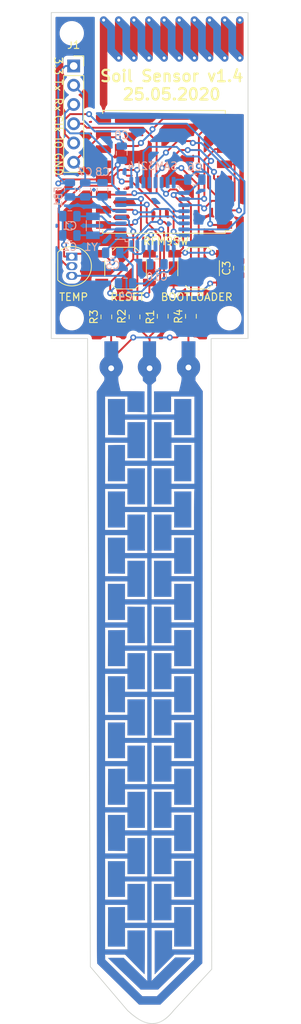
<source format=kicad_pcb>
(kicad_pcb (version 20171130) (host pcbnew "(5.1.5-0-10_14)")
  (layers (0 F.Cu signal) (31 B.Cu signal) (34 B.Paste user) (35 F.Paste user) (36 B.SilkS user) (37 F.SilkS user) (38 B.Mask user) (39 F.Mask user) (44 Edge.Cuts user))
  (net 0 "")
  (net 1 "Net-(U1-Pad28)")
  (net 2 "Net-(U1-Pad27)")
  (net 3 "Net-(U1-Pad26)")
  (net 4 "Net-(U1-Pad25)")
  (net 5 "Net-(U1-Pad10)")
  (net 6 "Net-(AE1-Pad1)")
  (net 7 GND)
  (net 8 "Net-(C1-Pad1)")
  (net 9 "Net-(C2-Pad1)")
  (net 10 +3V3)
  (net 11 "Net-(C3-Pad1)")
  (net 12 "Net-(C4-Pad1)")
  (net 13 VDDA)
  (net 14 SONDE)
  (net 15 "Net-(R1-Pad1)")
  (net 16 "Net-(R2-Pad1)")
  (net 17 "Net-(R3-Pad2)")
  (net 18 SONDE_SHIELD)
  (net 19 "Net-(R4-Pad2)")
  (net 20 "Net-(C10-Pad1)")
  (net 21 SWCLK)
  (net 22 SWDIO)
  (net 23 DIO2)
  (net 24 DIO1)
  (net 25 DIO0)
  (net 26 NSS)
  (net 27 RESET)
  (net 28 MOSI)
  (net 29 MISO)
  (net 30 SCK)
  (net 31 TX)
  (net 32 RX)
  (net 33 "Net-(U2-Pad12)")
  (net 34 "Net-(U2-Pad11)")
  (net 35 "Net-(U2-Pad7)")
  (module Connector_PinSocket_2.54mm:PinSocket_1x06_P2.54mm_Vertical (layer F.Cu) (at 149.098 99.822)
    (fp_text reference J1 (at 0 -2.77) (layer F.SilkS))
    (fp_text value Conn_01x06_Male)
    (pad 6 thru_hole oval (at 0 12.7) (size 1.7 1.7) (drill 1) (layers *.Cu *.Mask) (net 7 GND))
    (pad 5 thru_hole oval (at 0 10.16) (size 1.7 1.7) (drill 1) (layers *.Cu *.Mask) (net 22 SWDIO))
    (pad 4 thru_hole oval (at 0 7.62) (size 1.7 1.7) (drill 1) (layers *.Cu *.Mask) (net 21 SWCLK))
    (pad 3 thru_hole oval (at 0 5.08) (size 1.7 1.7) (drill 1) (layers *.Cu *.Mask) (net 32 RX))
    (pad 2 thru_hole oval (at 0 2.54) (size 1.7 1.7) (drill 1) (layers *.Cu *.Mask) (net 31 TX))
    (pad 1 thru_hole rect (at 0 0) (size 1.7 1.7) (drill 1) (layers *.Cu *.Mask) (net 10 +3V3))
  )
  (module Sonde:soilSonde (layer F.Cu) (at 161.036 139.7)
    (fp_text reference Ref** hide)
    (fp_text value Val** hide)
    (fp_poly (pts (xy -8.38334 2.342432) (xy -8.213824 2.100068) (xy -8.086832 1.915317) (xy -7.996223 1.776512) (xy -7.935856 1.671982) (xy -7.899592 1.590057) (xy -7.881288 1.519069) (xy -7.874804 1.447348) (xy -7.874001 1.374509) (xy -7.877048 1.250407) (xy -7.894239 1.160013) (xy -7.937646 1.077575) (xy -8.019342 0.977344) (xy -8.103245 0.885539) (xy -8.312865 0.616581) (xy -8.4462 0.337364) (xy -8.511089 0.028068) (xy -8.520454 -0.169333) (xy -8.491079 -0.50465) (xy -8.397728 -0.798587) (xy -8.23256 -1.070965) (xy -8.103245 -1.224205) (xy -7.874 -1.471816) (xy -7.874 -3.556) (xy -6.053667 -3.556) (xy -6.053667 -2.477989) (xy -6.053342 -2.147473) (xy -6.051883 -1.891569) (xy -6.048571 -1.700227) (xy -6.042681 -1.563395) (xy -6.033493 -1.471019) (xy -6.020284 -1.413049) (xy -6.002333 -1.379431) (xy -5.978916 -1.360114) (xy -5.973138 -1.356881) (xy -5.845651 -1.251414) (xy -5.719289 -1.0824) (xy -5.603758 -0.870524) (xy -5.508762 -0.63647) (xy -5.444005 -0.400923) (xy -5.419193 -0.184568) (xy -5.41917 -0.176145) (xy -5.452523 0.120013) (xy -5.543849 0.418413) (xy -5.682237 0.694156) (xy -5.856777 0.922342) (xy -5.931011 0.991992) (xy -5.992823 1.049317) (xy -6.029113 1.107794) (xy -6.046313 1.190836) (xy -6.050855 1.321855) (xy -6.050256 1.426017) (xy -6.034799 1.655681) (xy -5.991394 1.935765) (xy -5.918041 2.278376) (xy -5.890715 2.391833) (xy -5.734586 3.026833) (xy -2.582334 3.049031) (xy -2.582334 5.811175) (xy -2.778742 5.784254) (xy -2.879555 5.776228) (xy -3.049233 5.769156) (xy -3.271979 5.763416) (xy -3.531995 5.759388) (xy -3.813481 5.75745) (xy -3.900576 5.757333) (xy -4.826 5.757333) (xy -4.826 3.725333) (xy -6.927367 3.725333) (xy -6.927367 0.155446) (xy -6.843385 0.112639) (xy -6.774399 0.049912) (xy -6.671908 -0.093767) (xy -6.653419 -0.234396) (xy -6.719051 -0.36972) (xy -6.750243 -0.404091) (xy -6.884874 -0.491135) (xy -7.027766 -0.494485) (xy -7.174041 -0.414085) (xy -7.180195 -0.408866) (xy -7.274313 -0.282153) (xy -7.295883 -0.142635) (xy -7.250595 -0.009877) (xy -7.144133 0.096553) (xy -7.017816 0.14982) (xy -6.927367 0.155446) (xy -6.927367 3.725333) (xy -7.789334 3.725333) (xy -7.789334 9.144) (xy -4.826 9.144) (xy -4.826 7.112) (xy -2.54 7.112) (xy -2.54 11.853333) (xy -4.826 11.853333) (xy -4.826 9.821333) (xy -7.789334 9.821333) (xy -7.789334 15.24) (xy -4.826 15.24) (xy -4.826 13.208) (xy -2.54 13.208) (xy -2.54 17.949333) (xy -4.826 17.949333) (xy -4.826 15.917333) (xy -7.789334 15.917333) (xy -7.789334 21.336) (xy -4.826 21.336) (xy -4.826 19.304) (xy -2.54 19.304) (xy -2.54 24.045333) (xy -4.826 24.045333) (xy -4.826 22.013333) (xy -7.789334 22.013333) (xy -7.789334 27.432) (xy -4.826 27.432) (xy -4.826 25.4) (xy -2.54 25.4) (xy -2.54 30.141333) (xy -4.826 30.141333) (xy -4.826 28.109333) (xy -7.789334 28.109333) (xy -7.789334 33.528) (xy -4.826 33.528) (xy -4.826 31.452284) (xy -3.693584 31.463559) (xy -2.561167 31.474833) (xy -2.550231 33.856083) (xy -2.539296 36.237333) (xy -4.826 36.237333) (xy -4.826 34.205333) (xy -7.789334 34.205333) (xy -7.789334 39.624) (xy -4.826 39.624) (xy -4.826 37.592) (xy -2.54 37.592) (xy -2.54 42.333333) (xy -4.826 42.333333) (xy -4.826 40.301333) (xy -7.789334 40.301333) (xy -7.789334 45.72) (xy -4.826 45.72) (xy -4.826 43.688) (xy -2.54 43.688) (xy -2.54 48.429333) (xy -4.826 48.429333) (xy -4.826 46.397333) (xy -7.789334 46.397333) (xy -7.789334 51.816) (xy -4.826 51.816) (xy -4.826 49.784) (xy -2.54 49.784) (xy -2.54 54.525333) (xy -4.826 54.525333) (xy -4.826 52.493333) (xy -7.789334 52.493333) (xy -7.789334 57.912) (xy -4.826 57.912) (xy -4.826 55.88) (xy -2.54 55.88) (xy -2.54 60.621333) (xy -4.826 60.621333) (xy -4.826 58.589333) (xy -7.789334 58.589333) (xy -7.789334 64.008) (xy -4.826 64.008) (xy -4.826 61.976) (xy -2.54 61.976) (xy -2.54 66.717333) (xy -4.826 66.717333) (xy -4.826 64.685333) (xy -7.789334 64.685333) (xy -7.789334 70.104) (xy -4.826 70.104) (xy -4.826 68.029667) (xy -2.54 68.029667) (xy -2.54 72.813333) (xy -4.826 72.813333) (xy -4.826 70.781333) (xy -7.789334 70.781333) (xy -7.789334 76.665667) (xy -4.826 76.665667) (xy -4.826 74.168) (xy -2.54 74.168) (xy -2.54 77.046667) (xy -2.540563 77.597131) (xy -2.542207 78.100978) (xy -2.544869 78.553477) (xy -2.548485 78.949898) (xy -2.55299 79.28551) (xy -2.558321 79.555582) (xy -2.564415 79.755384) (xy -2.571205 79.880186) (xy -2.57863 79.925256) (xy -2.578961 79.925334) (xy -2.615897 79.896009) (xy -2.705544 79.812192) (xy -2.841613 79.680116) (xy -3.017819 79.506016) (xy -3.227875 79.296127) (xy -3.465493 79.056683) (xy -3.724388 78.793919) (xy -3.880711 78.634419) (xy -5.1435 77.343504) (xy -7.792758 77.343) (xy -7.780463 77.678201) (xy -7.768167 78.013401) (xy -5.312834 80.427664) (xy -2.8575 82.841928) (xy -0.9525 82.844562) (xy 1.513416 80.426572) (xy 3.979333 78.008583) (xy 3.979333 77.343) (xy 1.376337 77.343) (xy -1.227667 79.945988) (xy -1.227667 74.168) (xy 1.058333 74.168) (xy 1.058333 76.665667) (xy 3.979333 76.665667) (xy 3.979333 70.781333) (xy 0.973666 70.781333) (xy 0.973666 72.813333) (xy -1.312334 72.813333) (xy -1.312334 68.029667) (xy 0.973666 68.029667) (xy 0.973666 70.104) (xy 3.979333 70.104) (xy 3.979333 64.685333) (xy 0.973666 64.685333) (xy 0.973666 66.717333) (xy -1.312334 66.717333) (xy -1.312334 61.976) (xy 0.973666 61.976) (xy 0.973666 64.008) (xy 3.979333 64.008) (xy 3.979333 58.589333) (xy 0.973666 58.589333) (xy 0.973666 60.621333) (xy -1.312334 60.621333) (xy -1.312334 55.88) (xy 0.973666 55.88) (xy 0.973666 57.912) (xy 3.979333 57.912) (xy 3.979333 52.493333) (xy 0.973666 52.493333) (xy 0.973666 54.525333) (xy -1.312334 54.525333) (xy -1.312334 49.784) (xy 0.973666 49.784) (xy 0.973666 51.816) (xy 3.979333 51.816) (xy 3.979333 46.397333) (xy 0.973666 46.397333) (xy 0.973666 48.429333) (xy -1.312334 48.429333) (xy -1.312334 43.688) (xy 0.973666 43.688) (xy 0.973666 45.72) (xy 3.979333 45.72) (xy 3.979333 40.301333) (xy 0.973666 40.301333) (xy 0.973666 42.333333) (xy -1.312334 42.333333) (xy -1.312334 37.592) (xy 0.973666 37.592) (xy 0.973666 39.624) (xy 3.979333 39.624) (xy 3.979333 34.205333) (xy 0.973666 34.205333) (xy 0.973666 36.237333) (xy -1.312334 36.237333) (xy -1.312334 31.452284) (xy -0.179917 31.463559) (xy 0.9525 31.474833) (xy 0.963835 32.501417) (xy 0.975171 33.528) (xy 3.979333 33.528) (xy 3.979333 28.109333) (xy 0.973666 28.109333) (xy 0.973666 30.141333) (xy -1.312334 30.141333) (xy -1.312334 25.4) (xy 0.973666 25.4) (xy 0.973666 27.432) (xy 3.979333 27.432) (xy 3.979333 22.013333) (xy 0.973666 22.013333) (xy 0.973666 24.045333) (xy -1.312334 24.045333) (xy -1.312334 19.304) (xy 0.973666 19.304) (xy 0.973666 21.336) (xy 3.979333 21.336) (xy 3.979333 18.886877) (xy 3.9798 18.430574) (xy 3.981144 17.992872) (xy 3.98328 17.582313) (xy 3.986122 17.207444) (xy 3.989583 16.876806) (xy 3.993578 16.598944) (xy 3.998022 16.382401) (xy 4.002828 16.235722) (xy 4.00653 16.177543) (xy 4.033727 15.917333) (xy 0.973666 15.917333) (xy 0.973666 17.949333) (xy -1.312334 17.949333) (xy -1.312334 13.208) (xy 0.973666 13.208) (xy 0.973666 15.24) (xy 4.021666 15.24) (xy 4.021666 9.821333) (xy 0.973666 9.821333) (xy 0.973666 11.853333) (xy -1.312334 11.853333) (xy -1.312334 7.112) (xy 0.973666 7.112) (xy 0.973666 9.144) (xy 4.021666 9.144) (xy 4.021666 3.725333) (xy 3.245222 3.725333) (xy 3.245222 0.154657) (xy 3.355785 0.12111) (xy 3.489164 0.012247) (xy 3.551393 -0.123753) (xy 3.53924 -0.26927) (xy 3.45209 -0.404091) (xy 3.317369 -0.491375) (xy 3.173827 -0.494742) (xy 3.032542 -0.420261) (xy 2.943672 -0.308362) (xy 2.918423 -0.179624) (xy 2.946376 -0.0515) (xy 3.017107 0.058558) (xy 3.120196 0.133094) (xy 3.245222 0.154657) (xy 3.245222 3.725333) (xy 0.931333 3.725333) (xy 0.931333 5.757333) (xy 0.005908 5.757333) (xy -0.278964 5.758563) (xy -0.547149 5.761998) (xy -0.782851 5.767259) (xy -0.970269 5.773968) (xy -1.093607 5.781745) (xy -1.115925 5.784254) (xy -1.312334 5.811175) (xy -1.312334 3.048) (xy 1.98148 3.048) (xy 2.15504 2.338917) (xy 2.223262 2.043582) (xy 2.276807 1.777818) (xy 2.312736 1.55788) (xy 2.328109 1.400023) (xy 2.328466 1.379924) (xy 2.325291 1.24758) (xy 2.307449 1.154094) (xy 2.262203 1.071149) (xy 2.176819 0.970426) (xy 2.1143 0.903706) (xy 1.945906 0.709085) (xy 1.830779 0.527858) (xy 1.759903 0.335807) (xy 1.724264 0.108717) (xy 1.714833 -0.169333) (xy 1.725321 -0.449971) (xy 1.762842 -0.673608) (xy 1.837196 -0.866138) (xy 1.958184 -1.053453) (xy 2.122963 -1.247664) (xy 2.328333 -1.472371) (xy 2.328333 -3.556) (xy 4.148666 -3.556) (xy 4.148666 -1.45448) (xy 4.344303 -1.250302) (xy 4.471028 -1.097739) (xy 4.590094 -0.92119) (xy 4.651219 -0.808812) (xy 4.706147 -0.679377) (xy 4.739645 -0.55903) (xy 4.756701 -0.419104) (xy 4.762303 -0.230934) (xy 4.7625 -0.169333) (xy 4.759097 0.036433) (xy 4.745563 0.186356) (xy 4.71691 0.3091) (xy 4.668149 0.433334) (xy 4.651219 0.470146) (xy 4.55696 0.635461) (xy 4.432132 0.809747) (xy 4.344303 0.911636) (xy 4.239471 1.025278) (xy 4.18092 1.111311) (xy 4.155189 1.202118) (xy 4.148816 1.330083) (xy 4.148666 1.382294) (xy 4.148666 1.648775) (xy 4.635076 2.337804) (xy 5.121487 3.026833) (xy 5.111366 7.1755) (xy 5.110825 7.429541) (xy 5.110236 7.765891) (xy 5.109602 8.182194) (xy 5.108924 8.676091) (xy 5.108206 9.245227) (xy 5.107448 9.887244) (xy 5.106652 10.599784) (xy 5.105822 11.380491) (xy 5.104957 12.227007) (xy 5.104061 13.136975) (xy 5.103136 14.108039) (xy 5.102183 15.13784) (xy 5.101204 16.224022) (xy 5.100202 17.364227) (xy 5.099178 18.556099) (xy 5.098134 19.79728) (xy 5.097072 21.085413) (xy 5.095994 22.418142) (xy 5.094903 23.793107) (xy 5.093799 25.207954) (xy 5.092686 26.660323) (xy 5.091564 28.147859) (xy 5.090437 29.668204) (xy 5.089305 31.219002) (xy 5.088171 32.797893) (xy 5.087037 34.402523) (xy 5.085904 36.030532) (xy 5.084776 37.679566) (xy 5.083652 39.347265) (xy 5.082537 41.031273) (xy 5.081431 42.729233) (xy 5.080337 44.438787) (xy 5.080039 44.908717) (xy 5.058833 78.493267) (xy 2.286 81.217927) (xy -0.486834 83.942588) (xy -1.89157 83.944794) (xy -3.296307 83.947) (xy -6.061404 81.235484) (xy -8.8265 78.523967) (xy -8.851973 77.838234) (xy -8.8532 77.763239) (xy -8.85443 77.605541) (xy -8.855661 77.367104) (xy -8.856892 77.049891) (xy -8.85812 76.655866) (xy -8.859344 76.186991) (xy -8.860562 75.645232) (xy -8.861773 75.032551) (xy -8.862974 74.350912) (xy -8.864164 73.602278) (xy -8.865342 72.788614) (xy -8.866505 71.911882) (xy -8.867652 70.974047) (xy -8.868781 69.977071) (xy -8.86989 68.922919) (xy -8.870978 67.813554) (xy -8.872043 66.650939) (xy -8.873084 65.437039) (xy -8.874097 64.173816) (xy -8.875083 62.863235) (xy -8.876038 61.507259) (xy -8.876962 60.107851) (xy -8.877853 58.666975) (xy -8.878708 57.186595) (xy -8.879526 55.668674) (xy -8.880306 54.115176) (xy -8.881046 52.528064) (xy -8.881744 50.909303) (xy -8.882398 49.260855) (xy -8.883006 47.584684) (xy -8.883567 45.882753) (xy -8.88408 44.157027) (xy -8.884541 42.409469) (xy -8.884951 40.642042) (xy -8.885063 40.110749) (xy -8.89268 3.068997) (xy -8.38334 2.342432)) (layer F.Cu) (width 0.01))
    (fp_poly (pts (xy -5.164667 4.064) (xy -5.164667 6.096) (xy -2.201334 6.096) (xy -2.201334 2.16772) (xy -2.497667 1.905) (xy -2.794 1.642281) (xy -2.794 1.387394) (xy -2.797333 1.24263) (xy -2.817415 1.1488) (xy -2.869371 1.072189) (xy -2.968324 0.97908) (xy -2.982945 0.966192) (xy -3.186932 0.733295) (xy -3.339319 0.448765) (xy -3.43418 0.132261) (xy -3.465588 -0.196561) (xy -3.428843 -0.512884) (xy -3.338117 -0.80011) (xy -3.204727 -1.041117) (xy -3.009613 -1.270053) (xy -3.001811 -1.277888) (xy -2.794001 -1.485698) (xy -2.794001 -2.520849) (xy -2.794 -3.556) (xy -1.058334 -3.556) (xy -1.058334 -1.499161) (xy -0.810224 -1.244027) (xy -0.596124 -0.985335) (xy -0.457215 -0.718925) (xy -0.385017 -0.424121) (xy -0.369547 -0.169333) (xy -0.395242 0.15014) (xy -0.478178 0.429209) (xy -0.627127 0.689406) (xy -0.808437 0.907816) (xy -0.929074 1.039156) (xy -1.002929 1.132843) (xy -1.041536 1.212604) (xy -1.056428 1.302166) (xy -1.059133 1.423561) (xy -1.059932 1.672167) (xy -1.355466 1.919462) (xy -1.651 2.166758) (xy -1.651 6.096) (xy 1.354666 6.096) (xy 1.354666 4.064) (xy 3.598333 4.064) (xy 3.598333 8.805333) (xy 1.354666 8.805333) (xy 1.354666 6.773333) (xy -1.651 6.773333) (xy -1.651 12.192) (xy 1.354666 12.192) (xy 1.354666 10.117667) (xy 3.598333 10.117667) (xy 3.598333 14.901333) (xy 1.354666 14.901333) (xy 1.354666 12.869333) (xy -1.651 12.869333) (xy -1.651 18.288) (xy 1.354666 18.288) (xy 1.354666 16.256) (xy 3.598333 16.256) (xy 3.598333 20.997333) (xy 1.354666 20.997333) (xy 1.354666 18.965333) (xy -1.651 18.965333) (xy -1.651 24.384) (xy 1.354666 24.384) (xy 1.354666 22.352) (xy 3.598333 22.352) (xy 3.598333 27.093333) (xy 1.354666 27.093333) (xy 1.354666 25.061333) (xy -1.651 25.061333) (xy -1.651 30.48) (xy 1.354666 30.48) (xy 1.354666 28.448) (xy 3.598333 28.448) (xy 3.598333 33.189333) (xy 1.354666 33.189333) (xy 1.354666 31.157333) (xy -1.651 31.157333) (xy -1.651 36.576) (xy 1.354666 36.576) (xy 1.354666 34.544) (xy 3.598333 34.544) (xy 3.598333 39.285333) (xy 1.354666 39.285333) (xy 1.354666 37.253333) (xy -1.651 37.253333) (xy -1.651 42.672) (xy 1.354666 42.672) (xy 1.354666 40.64) (xy 3.598333 40.64) (xy 3.598333 45.381333) (xy 1.354666 45.381333) (xy 1.354666 43.349333) (xy -1.651 43.349333) (xy -1.651 48.768) (xy 1.354666 48.768) (xy 1.354666 46.736) (xy 3.598333 46.736) (xy 3.598333 51.435) (xy 1.354666 51.435) (xy 1.354666 49.403) (xy -1.651 49.403) (xy -1.651 54.864) (xy 1.354666 54.864) (xy 1.354666 52.832) (xy 3.598333 52.832) (xy 3.598333 57.573333) (xy 1.354666 57.573333) (xy 1.354666 55.541333) (xy -1.651 55.541333) (xy -1.651 60.96) (xy 1.354666 60.96) (xy 1.354666 58.928) (xy 3.598333 58.928) (xy 3.598333 63.669333) (xy 1.354666 63.669333) (xy 1.354666 61.637333) (xy -1.651 61.637333) (xy -1.651 67.056) (xy 1.354666 67.056) (xy 1.354666 64.981667) (xy 3.598333 64.981667) (xy 3.598333 69.723) (xy 1.354666 69.723) (xy 1.354666 67.691) (xy -1.651 67.691) (xy -1.651 73.152) (xy 1.354666 73.152) (xy 1.354666 71.077667) (xy 3.598333 71.077667) (xy 3.598333 76.284667) (xy 1.354666 76.284667) (xy 1.354666 73.829333) (xy -1.651 73.829333) (xy -1.651 80.826792) (xy 1.47944 77.724) (xy 2.51772 77.724) (xy 2.804129 77.724751) (xy 3.060279 77.726862) (xy 3.274727 77.730121) (xy 3.436028 77.734315) (xy 3.532738 77.739231) (xy 3.556 77.743288) (xy 3.526345 77.775147) (xy 3.440605 77.861088) (xy 3.303612 77.996393) (xy 3.120199 78.176345) (xy 2.895199 78.396227) (xy 2.633444 78.651321) (xy 2.339769 78.936909) (xy 2.019006 79.248275) (xy 1.675987 79.580702) (xy 1.387434 79.859954) (xy -0.781132 81.957333) (xy -1.989845 81.957333) (xy -1.989845 0.144775) (xy -1.84987 0.141225) (xy -1.790504 0.119053) (xy -1.674278 0.029148) (xy -1.601386 -0.093766) (xy -1.588741 -0.219736) (xy -1.591848 -0.232833) (xy -1.639322 -0.32059) (xy -1.720248 -0.412719) (xy -1.720282 -0.41275) (xy -1.859989 -0.494152) (xy -2.002 -0.492008) (xy -2.137327 -0.406504) (xy -2.139758 -0.404091) (xy -2.221144 -0.275749) (xy -2.235434 -0.139598) (xy -2.194039 -0.012731) (xy -2.108372 0.087758) (xy -1.989845 0.144775) (xy -1.989845 81.957333) (xy -3.080465 81.957333) (xy -5.219719 79.905809) (xy -5.576211 79.563687) (xy -5.914873 79.238191) (xy -6.230725 78.934138) (xy -6.518789 78.656344) (xy -6.774087 78.409623) (xy -6.991639 78.198792) (xy -7.166467 78.028667) (xy -7.293592 77.904063) (xy -7.368036 77.829796) (xy -7.386152 77.810309) (xy -7.359014 77.794818) (xy -7.255063 77.782764) (xy -7.072448 77.774064) (xy -6.809319 77.768637) (xy -6.463826 77.766404) (xy -6.379099 77.766333) (xy -5.344868 77.766333) (xy -3.971444 79.110417) (xy -3.680902 79.394634) (xy -3.402442 79.666806) (xy -3.143286 79.919893) (xy -2.910653 80.146852) (xy -2.711764 80.340643) (xy -2.55384 80.494223) (xy -2.444101 80.60055) (xy -2.399677 80.643231) (xy -2.201334 80.831962) (xy -2.201334 73.829333) (xy -5.164667 73.829333) (xy -5.164667 76.284667) (xy -7.408985 76.284667) (xy -7.387167 71.098833) (xy -5.164667 71.076261) (xy -5.164667 73.152) (xy -2.201334 73.152) (xy -2.201334 67.691) (xy -5.164667 67.691) (xy -5.164667 69.723) (xy -7.408334 69.723) (xy -7.408334 65.024) (xy -5.164667 65.024) (xy -5.164667 67.056) (xy -2.201334 67.056) (xy -2.201334 61.637333) (xy -5.164667 61.637333) (xy -5.164667 63.670739) (xy -7.387167 63.648167) (xy -7.398106 61.288083) (xy -7.409045 58.928) (xy -5.164667 58.928) (xy -5.164667 60.96) (xy -2.201334 60.96) (xy -2.201334 55.541333) (xy -5.164667 55.541333) (xy -5.164667 57.573333) (xy -7.409045 57.573333) (xy -7.387167 52.853167) (xy -6.275917 52.841881) (xy -5.164667 52.830594) (xy -5.164667 54.864) (xy -2.201334 54.864) (xy -2.201334 49.403) (xy -5.164667 49.403) (xy -5.164667 51.435) (xy -7.408334 51.435) (xy -7.408334 46.736) (xy -5.164667 46.736) (xy -5.164667 48.768) (xy -2.201334 48.768) (xy -2.201334 43.349333) (xy -5.164667 43.349333) (xy -5.164667 45.382739) (xy -7.387167 45.360167) (xy -7.398106 43.000083) (xy -7.409045 40.64) (xy -5.164667 40.64) (xy -5.164667 42.672) (xy -2.201334 42.672) (xy -2.201334 37.253333) (xy -5.164667 37.253333) (xy -5.164667 39.285333) (xy -7.409045 39.285333) (xy -7.387167 34.565167) (xy -6.275917 34.553881) (xy -5.164667 34.542594) (xy -5.164667 36.576) (xy -2.201334 36.576) (xy -2.201334 31.157333) (xy -5.164667 31.157333) (xy -5.164667 33.189333) (xy -7.408334 33.189333) (xy -7.408334 28.448) (xy -5.164667 28.448) (xy -5.164667 30.48) (xy -2.201334 30.48) (xy -2.201334 25.061333) (xy -5.164667 25.061333) (xy -5.164667 27.094739) (xy -7.387167 27.072167) (xy -7.398106 24.712083) (xy -7.409045 22.352) (xy -5.164667 22.352) (xy -5.164667 24.384) (xy -2.201334 24.384) (xy -2.201334 18.965333) (xy -5.164667 18.965333) (xy -5.164667 20.997333) (xy -7.408334 20.997333) (xy -7.408334 16.256) (xy -5.164667 16.256) (xy -5.164667 18.288) (xy -2.201334 18.288) (xy -2.201334 12.869333) (xy -5.164667 12.869333) (xy -5.164667 14.901333) (xy -7.409039 14.901333) (xy -7.387167 10.138833) (xy -5.164667 10.116261) (xy -5.164667 12.192) (xy -2.201334 12.192) (xy -2.201334 6.773333) (xy -5.164667 6.773333) (xy -5.164667 8.806739) (xy -7.387167 8.784167) (xy -7.398106 6.424083) (xy -7.409045 4.064) (xy -5.164667 4.064)) (layer F.Cu) (width 0.01))
    (fp_poly (pts (xy -8.38334 2.342432) (xy -8.213824 2.100068) (xy -8.086832 1.915317) (xy -7.996223 1.776512) (xy -7.935856 1.671982) (xy -7.899592 1.590057) (xy -7.881288 1.519069) (xy -7.874804 1.447348) (xy -7.874001 1.374509) (xy -7.877048 1.250407) (xy -7.894239 1.160013) (xy -7.937646 1.077575) (xy -8.019342 0.977344) (xy -8.103245 0.885539) (xy -8.312865 0.616581) (xy -8.4462 0.337364) (xy -8.511089 0.028068) (xy -8.520454 -0.169333) (xy -8.491079 -0.50465) (xy -8.397728 -0.798587) (xy -8.23256 -1.070965) (xy -8.103245 -1.224205) (xy -7.874 -1.471816) (xy -7.874 -3.556) (xy -6.053667 -3.556) (xy -6.053667 -2.477989) (xy -6.053342 -2.147473) (xy -6.051883 -1.891569) (xy -6.048571 -1.700227) (xy -6.042681 -1.563395) (xy -6.033493 -1.471019) (xy -6.020284 -1.413049) (xy -6.002333 -1.379431) (xy -5.978916 -1.360114) (xy -5.973138 -1.356881) (xy -5.845651 -1.251414) (xy -5.719289 -1.0824) (xy -5.603758 -0.870524) (xy -5.508762 -0.63647) (xy -5.444005 -0.400923) (xy -5.419193 -0.184568) (xy -5.41917 -0.176145) (xy -5.452523 0.120013) (xy -5.543849 0.418413) (xy -5.682237 0.694156) (xy -5.856777 0.922342) (xy -5.931011 0.991992) (xy -5.992823 1.049317) (xy -6.029113 1.107794) (xy -6.046313 1.190836) (xy -6.050855 1.321855) (xy -6.050256 1.426017) (xy -6.034799 1.655681) (xy -5.991394 1.935765) (xy -5.918041 2.278376) (xy -5.890715 2.391833) (xy -5.734586 3.026833) (xy -2.582334 3.049031) (xy -2.582334 5.811175) (xy -2.778742 5.784254) (xy -2.879555 5.776228) (xy -3.049233 5.769156) (xy -3.271979 5.763416) (xy -3.531995 5.759388) (xy -3.813481 5.75745) (xy -3.900576 5.757333) (xy -4.826 5.757333) (xy -4.826 3.725333) (xy -6.927367 3.725333) (xy -6.927367 0.155446) (xy -6.843385 0.112639) (xy -6.774399 0.049912) (xy -6.671908 -0.093767) (xy -6.653419 -0.234396) (xy -6.719051 -0.36972) (xy -6.750243 -0.404091) (xy -6.884874 -0.491135) (xy -7.027766 -0.494485) (xy -7.174041 -0.414085) (xy -7.180195 -0.408866) (xy -7.274313 -0.282153) (xy -7.295883 -0.142635) (xy -7.250595 -0.009877) (xy -7.144133 0.096553) (xy -7.017816 0.14982) (xy -6.927367 0.155446) (xy -6.927367 3.725333) (xy -7.789334 3.725333) (xy -7.789334 9.144) (xy -4.826 9.144) (xy -4.826 7.112) (xy -2.54 7.112) (xy -2.54 11.853333) (xy -4.826 11.853333) (xy -4.826 9.821333) (xy -7.789334 9.821333) (xy -7.789334 15.24) (xy -4.826 15.24) (xy -4.826 13.208) (xy -2.54 13.208) (xy -2.54 17.949333) (xy -4.826 17.949333) (xy -4.826 15.917333) (xy -7.789334 15.917333) (xy -7.789334 21.336) (xy -4.826 21.336) (xy -4.826 19.304) (xy -2.54 19.304) (xy -2.54 24.045333) (xy -4.826 24.045333) (xy -4.826 22.013333) (xy -7.789334 22.013333) (xy -7.789334 27.432) (xy -4.826 27.432) (xy -4.826 25.4) (xy -2.54 25.4) (xy -2.54 30.141333) (xy -4.826 30.141333) (xy -4.826 28.109333) (xy -7.789334 28.109333) (xy -7.789334 33.528) (xy -4.826 33.528) (xy -4.826 31.452284) (xy -3.693584 31.463559) (xy -2.561167 31.474833) (xy -2.550231 33.856083) (xy -2.539296 36.237333) (xy -4.826 36.237333) (xy -4.826 34.205333) (xy -7.789334 34.205333) (xy -7.789334 39.624) (xy -4.826 39.624) (xy -4.826 37.592) (xy -2.54 37.592) (xy -2.54 42.333333) (xy -4.826 42.333333) (xy -4.826 40.301333) (xy -7.789334 40.301333) (xy -7.789334 45.72) (xy -4.826 45.72) (xy -4.826 43.688) (xy -2.54 43.688) (xy -2.54 48.429333) (xy -4.826 48.429333) (xy -4.826 46.397333) (xy -7.789334 46.397333) (xy -7.789334 51.816) (xy -4.826 51.816) (xy -4.826 49.784) (xy -2.54 49.784) (xy -2.54 54.525333) (xy -4.826 54.525333) (xy -4.826 52.493333) (xy -7.789334 52.493333) (xy -7.789334 57.912) (xy -4.826 57.912) (xy -4.826 55.88) (xy -2.54 55.88) (xy -2.54 60.621333) (xy -4.826 60.621333) (xy -4.826 58.589333) (xy -7.789334 58.589333) (xy -7.789334 64.008) (xy -4.826 64.008) (xy -4.826 61.976) (xy -2.54 61.976) (xy -2.54 66.717333) (xy -4.826 66.717333) (xy -4.826 64.685333) (xy -7.789334 64.685333) (xy -7.789334 70.104) (xy -4.826 70.104) (xy -4.826 68.029667) (xy -2.54 68.029667) (xy -2.54 72.813333) (xy -4.826 72.813333) (xy -4.826 70.781333) (xy -7.789334 70.781333) (xy -7.789334 76.665667) (xy -4.826 76.665667) (xy -4.826 74.168) (xy -2.54 74.168) (xy -2.54 77.046667) (xy -2.540563 77.597131) (xy -2.542207 78.100978) (xy -2.544869 78.553477) (xy -2.548485 78.949898) (xy -2.55299 79.28551) (xy -2.558321 79.555582) (xy -2.564415 79.755384) (xy -2.571205 79.880186) (xy -2.57863 79.925256) (xy -2.578961 79.925334) (xy -2.615897 79.896009) (xy -2.705544 79.812192) (xy -2.841613 79.680116) (xy -3.017819 79.506016) (xy -3.227875 79.296127) (xy -3.465493 79.056683) (xy -3.724388 78.793919) (xy -3.880711 78.634419) (xy -5.1435 77.343504) (xy -7.792758 77.343) (xy -7.780463 77.678201) (xy -7.768167 78.013401) (xy -5.312834 80.427664) (xy -2.8575 82.841928) (xy -0.9525 82.844562) (xy 1.513416 80.426572) (xy 3.979333 78.008583) (xy 3.979333 77.343) (xy 1.376337 77.343) (xy -1.227667 79.945988) (xy -1.227667 74.168) (xy 1.058333 74.168) (xy 1.058333 76.665667) (xy 3.979333 76.665667) (xy 3.979333 70.781333) (xy 0.973666 70.781333) (xy 0.973666 72.813333) (xy -1.312334 72.813333) (xy -1.312334 68.029667) (xy 0.973666 68.029667) (xy 0.973666 70.104) (xy 3.979333 70.104) (xy 3.979333 64.685333) (xy 0.973666 64.685333) (xy 0.973666 66.717333) (xy -1.312334 66.717333) (xy -1.312334 61.976) (xy 0.973666 61.976) (xy 0.973666 64.008) (xy 3.979333 64.008) (xy 3.979333 58.589333) (xy 0.973666 58.589333) (xy 0.973666 60.621333) (xy -1.312334 60.621333) (xy -1.312334 55.88) (xy 0.973666 55.88) (xy 0.973666 57.912) (xy 3.979333 57.912) (xy 3.979333 52.493333) (xy 0.973666 52.493333) (xy 0.973666 54.525333) (xy -1.312334 54.525333) (xy -1.312334 49.784) (xy 0.973666 49.784) (xy 0.973666 51.816) (xy 3.979333 51.816) (xy 3.979333 46.397333) (xy 0.973666 46.397333) (xy 0.973666 48.429333) (xy -1.312334 48.429333) (xy -1.312334 43.688) (xy 0.973666 43.688) (xy 0.973666 45.72) (xy 3.979333 45.72) (xy 3.979333 40.301333) (xy 0.973666 40.301333) (xy 0.973666 42.333333) (xy -1.312334 42.333333) (xy -1.312334 37.592) (xy 0.973666 37.592) (xy 0.973666 39.624) (xy 3.979333 39.624) (xy 3.979333 34.205333) (xy 0.973666 34.205333) (xy 0.973666 36.237333) (xy -1.312334 36.237333) (xy -1.312334 31.452284) (xy -0.179917 31.463559) (xy 0.9525 31.474833) (xy 0.963835 32.501417) (xy 0.975171 33.528) (xy 3.979333 33.528) (xy 3.979333 28.109333) (xy 0.973666 28.109333) (xy 0.973666 30.141333) (xy -1.312334 30.141333) (xy -1.312334 25.4) (xy 0.973666 25.4) (xy 0.973666 27.432) (xy 3.979333 27.432) (xy 3.979333 22.013333) (xy 0.973666 22.013333) (xy 0.973666 24.045333) (xy -1.312334 24.045333) (xy -1.312334 19.304) (xy 0.973666 19.304) (xy 0.973666 21.336) (xy 3.979333 21.336) (xy 3.979333 18.886877) (xy 3.9798 18.430574) (xy 3.981144 17.992872) (xy 3.98328 17.582313) (xy 3.986122 17.207444) (xy 3.989583 16.876806) (xy 3.993578 16.598944) (xy 3.998022 16.382401) (xy 4.002828 16.235722) (xy 4.00653 16.177543) (xy 4.033727 15.917333) (xy 0.973666 15.917333) (xy 0.973666 17.949333) (xy -1.312334 17.949333) (xy -1.312334 13.208) (xy 0.973666 13.208) (xy 0.973666 15.24) (xy 4.021666 15.24) (xy 4.021666 9.821333) (xy 0.973666 9.821333) (xy 0.973666 11.853333) (xy -1.312334 11.853333) (xy -1.312334 7.112) (xy 0.973666 7.112) (xy 0.973666 9.144) (xy 4.021666 9.144) (xy 4.021666 3.725333) (xy 3.245222 3.725333) (xy 3.245222 0.154657) (xy 3.355785 0.12111) (xy 3.489164 0.012247) (xy 3.551393 -0.123753) (xy 3.53924 -0.26927) (xy 3.45209 -0.404091) (xy 3.317369 -0.491375) (xy 3.173827 -0.494742) (xy 3.032542 -0.420261) (xy 2.943672 -0.308362) (xy 2.918423 -0.179624) (xy 2.946376 -0.0515) (xy 3.017107 0.058558) (xy 3.120196 0.133094) (xy 3.245222 0.154657) (xy 3.245222 3.725333) (xy 0.931333 3.725333) (xy 0.931333 5.757333) (xy 0.005908 5.757333) (xy -0.278964 5.758563) (xy -0.547149 5.761998) (xy -0.782851 5.767259) (xy -0.970269 5.773968) (xy -1.093607 5.781745) (xy -1.115925 5.784254) (xy -1.312334 5.811175) (xy -1.312334 3.048) (xy 1.98148 3.048) (xy 2.15504 2.338917) (xy 2.223262 2.043582) (xy 2.276807 1.777818) (xy 2.312736 1.55788) (xy 2.328109 1.400023) (xy 2.328466 1.379924) (xy 2.325291 1.24758) (xy 2.307449 1.154094) (xy 2.262203 1.071149) (xy 2.176819 0.970426) (xy 2.1143 0.903706) (xy 1.945906 0.709085) (xy 1.830779 0.527858) (xy 1.759903 0.335807) (xy 1.724264 0.108717) (xy 1.714833 -0.169333) (xy 1.725321 -0.449971) (xy 1.762842 -0.673608) (xy 1.837196 -0.866138) (xy 1.958184 -1.053453) (xy 2.122963 -1.247664) (xy 2.328333 -1.472371) (xy 2.328333 -3.556) (xy 4.148666 -3.556) (xy 4.148666 -1.45448) (xy 4.344303 -1.250302) (xy 4.471028 -1.097739) (xy 4.590094 -0.92119) (xy 4.651219 -0.808812) (xy 4.706147 -0.679377) (xy 4.739645 -0.55903) (xy 4.756701 -0.419104) (xy 4.762303 -0.230934) (xy 4.7625 -0.169333) (xy 4.759097 0.036433) (xy 4.745563 0.186356) (xy 4.71691 0.3091) (xy 4.668149 0.433334) (xy 4.651219 0.470146) (xy 4.55696 0.635461) (xy 4.432132 0.809747) (xy 4.344303 0.911636) (xy 4.239471 1.025278) (xy 4.18092 1.111311) (xy 4.155189 1.202118) (xy 4.148816 1.330083) (xy 4.148666 1.382294) (xy 4.148666 1.648775) (xy 4.635076 2.337804) (xy 5.121487 3.026833) (xy 5.111366 7.1755) (xy 5.110825 7.429541) (xy 5.110236 7.765891) (xy 5.109602 8.182194) (xy 5.108924 8.676091) (xy 5.108206 9.245227) (xy 5.107448 9.887244) (xy 5.106652 10.599784) (xy 5.105822 11.380491) (xy 5.104957 12.227007) (xy 5.104061 13.136975) (xy 5.103136 14.108039) (xy 5.102183 15.13784) (xy 5.101204 16.224022) (xy 5.100202 17.364227) (xy 5.099178 18.556099) (xy 5.098134 19.79728) (xy 5.097072 21.085413) (xy 5.095994 22.418142) (xy 5.094903 23.793107) (xy 5.093799 25.207954) (xy 5.092686 26.660323) (xy 5.091564 28.147859) (xy 5.090437 29.668204) (xy 5.089305 31.219002) (xy 5.088171 32.797893) (xy 5.087037 34.402523) (xy 5.085904 36.030532) (xy 5.084776 37.679566) (xy 5.083652 39.347265) (xy 5.082537 41.031273) (xy 5.081431 42.729233) (xy 5.080337 44.438787) (xy 5.080039 44.908717) (xy 5.058833 78.493267) (xy 2.286 81.217927) (xy -0.486834 83.942588) (xy -1.89157 83.944794) (xy -3.296307 83.947) (xy -6.061404 81.235484) (xy -8.8265 78.523967) (xy -8.851973 77.838234) (xy -8.8532 77.763239) (xy -8.85443 77.605541) (xy -8.855661 77.367104) (xy -8.856892 77.049891) (xy -8.85812 76.655866) (xy -8.859344 76.186991) (xy -8.860562 75.645232) (xy -8.861773 75.032551) (xy -8.862974 74.350912) (xy -8.864164 73.602278) (xy -8.865342 72.788614) (xy -8.866505 71.911882) (xy -8.867652 70.974047) (xy -8.868781 69.977071) (xy -8.86989 68.922919) (xy -8.870978 67.813554) (xy -8.872043 66.650939) (xy -8.873084 65.437039) (xy -8.874097 64.173816) (xy -8.875083 62.863235) (xy -8.876038 61.507259) (xy -8.876962 60.107851) (xy -8.877853 58.666975) (xy -8.878708 57.186595) (xy -8.879526 55.668674) (xy -8.880306 54.115176) (xy -8.881046 52.528064) (xy -8.881744 50.909303) (xy -8.882398 49.260855) (xy -8.883006 47.584684) (xy -8.883567 45.882753) (xy -8.88408 44.157027) (xy -8.884541 42.409469) (xy -8.884951 40.642042) (xy -8.885063 40.110749) (xy -8.89268 3.068997) (xy -8.38334 2.342432)) (layer B.Cu) (width 0.01))
    (fp_poly (pts (xy -5.164667 4.064) (xy -5.164667 6.096) (xy -2.201334 6.096) (xy -2.201334 2.16772) (xy -2.497667 1.905) (xy -2.794 1.642281) (xy -2.794 1.387394) (xy -2.797333 1.24263) (xy -2.817415 1.1488) (xy -2.869371 1.072189) (xy -2.968324 0.97908) (xy -2.982945 0.966192) (xy -3.186932 0.733295) (xy -3.339319 0.448765) (xy -3.43418 0.132261) (xy -3.465588 -0.196561) (xy -3.428843 -0.512884) (xy -3.338117 -0.80011) (xy -3.204727 -1.041117) (xy -3.009613 -1.270053) (xy -3.001811 -1.277888) (xy -2.794001 -1.485698) (xy -2.794001 -2.520849) (xy -2.794 -3.556) (xy -1.058334 -3.556) (xy -1.058334 -1.499161) (xy -0.810224 -1.244027) (xy -0.596124 -0.985335) (xy -0.457215 -0.718925) (xy -0.385017 -0.424121) (xy -0.369547 -0.169333) (xy -0.395242 0.15014) (xy -0.478178 0.429209) (xy -0.627127 0.689406) (xy -0.808437 0.907816) (xy -0.929074 1.039156) (xy -1.002929 1.132843) (xy -1.041536 1.212604) (xy -1.056428 1.302166) (xy -1.059133 1.423561) (xy -1.059932 1.672167) (xy -1.355466 1.919462) (xy -1.651 2.166758) (xy -1.651 6.096) (xy 1.354666 6.096) (xy 1.354666 4.064) (xy 3.598333 4.064) (xy 3.598333 8.805333) (xy 1.354666 8.805333) (xy 1.354666 6.773333) (xy -1.651 6.773333) (xy -1.651 12.192) (xy 1.354666 12.192) (xy 1.354666 10.117667) (xy 3.598333 10.117667) (xy 3.598333 14.901333) (xy 1.354666 14.901333) (xy 1.354666 12.869333) (xy -1.651 12.869333) (xy -1.651 18.288) (xy 1.354666 18.288) (xy 1.354666 16.256) (xy 3.598333 16.256) (xy 3.598333 20.997333) (xy 1.354666 20.997333) (xy 1.354666 18.965333) (xy -1.651 18.965333) (xy -1.651 24.384) (xy 1.354666 24.384) (xy 1.354666 22.352) (xy 3.598333 22.352) (xy 3.598333 27.093333) (xy 1.354666 27.093333) (xy 1.354666 25.061333) (xy -1.651 25.061333) (xy -1.651 30.48) (xy 1.354666 30.48) (xy 1.354666 28.448) (xy 3.598333 28.448) (xy 3.598333 33.189333) (xy 1.354666 33.189333) (xy 1.354666 31.157333) (xy -1.651 31.157333) (xy -1.651 36.576) (xy 1.354666 36.576) (xy 1.354666 34.544) (xy 3.598333 34.544) (xy 3.598333 39.285333) (xy 1.354666 39.285333) (xy 1.354666 37.253333) (xy -1.651 37.253333) (xy -1.651 42.672) (xy 1.354666 42.672) (xy 1.354666 40.64) (xy 3.598333 40.64) (xy 3.598333 45.381333) (xy 1.354666 45.381333) (xy 1.354666 43.349333) (xy -1.651 43.349333) (xy -1.651 48.768) (xy 1.354666 48.768) (xy 1.354666 46.736) (xy 3.598333 46.736) (xy 3.598333 51.435) (xy 1.354666 51.435) (xy 1.354666 49.403) (xy -1.651 49.403) (xy -1.651 54.864) (xy 1.354666 54.864) (xy 1.354666 52.832) (xy 3.598333 52.832) (xy 3.598333 57.573333) (xy 1.354666 57.573333) (xy 1.354666 55.541333) (xy -1.651 55.541333) (xy -1.651 60.96) (xy 1.354666 60.96) (xy 1.354666 58.928) (xy 3.598333 58.928) (xy 3.598333 63.669333) (xy 1.354666 63.669333) (xy 1.354666 61.637333) (xy -1.651 61.637333) (xy -1.651 67.056) (xy 1.354666 67.056) (xy 1.354666 64.981667) (xy 3.598333 64.981667) (xy 3.598333 69.723) (xy 1.354666 69.723) (xy 1.354666 67.691) (xy -1.651 67.691) (xy -1.651 73.152) (xy 1.354666 73.152) (xy 1.354666 71.077667) (xy 3.598333 71.077667) (xy 3.598333 76.284667) (xy 1.354666 76.284667) (xy 1.354666 73.829333) (xy -1.651 73.829333) (xy -1.651 80.826792) (xy 1.47944 77.724) (xy 2.51772 77.724) (xy 2.804129 77.724751) (xy 3.060279 77.726862) (xy 3.274727 77.730121) (xy 3.436028 77.734315) (xy 3.532738 77.739231) (xy 3.556 77.743288) (xy 3.526345 77.775147) (xy 3.440605 77.861088) (xy 3.303612 77.996393) (xy 3.120199 78.176345) (xy 2.895199 78.396227) (xy 2.633444 78.651321) (xy 2.339769 78.936909) (xy 2.019006 79.248275) (xy 1.675987 79.580702) (xy 1.387434 79.859954) (xy -0.781132 81.957333) (xy -1.989845 81.957333) (xy -1.989845 0.144775) (xy -1.84987 0.141225) (xy -1.790504 0.119053) (xy -1.674278 0.029148) (xy -1.601386 -0.093766) (xy -1.588741 -0.219736) (xy -1.591848 -0.232833) (xy -1.639322 -0.32059) (xy -1.720248 -0.412719) (xy -1.720282 -0.41275) (xy -1.859989 -0.494152) (xy -2.002 -0.492008) (xy -2.137327 -0.406504) (xy -2.139758 -0.404091) (xy -2.221144 -0.275749) (xy -2.235434 -0.139598) (xy -2.194039 -0.012731) (xy -2.108372 0.087758) (xy -1.989845 0.144775) (xy -1.989845 81.957333) (xy -3.080465 81.957333) (xy -5.219719 79.905809) (xy -5.576211 79.563687) (xy -5.914873 79.238191) (xy -6.230725 78.934138) (xy -6.518789 78.656344) (xy -6.774087 78.409623) (xy -6.991639 78.198792) (xy -7.166467 78.028667) (xy -7.293592 77.904063) (xy -7.368036 77.829796) (xy -7.386152 77.810309) (xy -7.359014 77.794818) (xy -7.255063 77.782764) (xy -7.072448 77.774064) (xy -6.809319 77.768637) (xy -6.463826 77.766404) (xy -6.379099 77.766333) (xy -5.344868 77.766333) (xy -3.971444 79.110417) (xy -3.680902 79.394634) (xy -3.402442 79.666806) (xy -3.143286 79.919893) (xy -2.910653 80.146852) (xy -2.711764 80.340643) (xy -2.55384 80.494223) (xy -2.444101 80.60055) (xy -2.399677 80.643231) (xy -2.201334 80.831962) (xy -2.201334 73.829333) (xy -5.164667 73.829333) (xy -5.164667 76.284667) (xy -7.408985 76.284667) (xy -7.387167 71.098833) (xy -5.164667 71.076261) (xy -5.164667 73.152) (xy -2.201334 73.152) (xy -2.201334 67.691) (xy -5.164667 67.691) (xy -5.164667 69.723) (xy -7.408334 69.723) (xy -7.408334 65.024) (xy -5.164667 65.024) (xy -5.164667 67.056) (xy -2.201334 67.056) (xy -2.201334 61.637333) (xy -5.164667 61.637333) (xy -5.164667 63.670739) (xy -7.387167 63.648167) (xy -7.398106 61.288083) (xy -7.409045 58.928) (xy -5.164667 58.928) (xy -5.164667 60.96) (xy -2.201334 60.96) (xy -2.201334 55.541333) (xy -5.164667 55.541333) (xy -5.164667 57.573333) (xy -7.409045 57.573333) (xy -7.387167 52.853167) (xy -6.275917 52.841881) (xy -5.164667 52.830594) (xy -5.164667 54.864) (xy -2.201334 54.864) (xy -2.201334 49.403) (xy -5.164667 49.403) (xy -5.164667 51.435) (xy -7.408334 51.435) (xy -7.408334 46.736) (xy -5.164667 46.736) (xy -5.164667 48.768) (xy -2.201334 48.768) (xy -2.201334 43.349333) (xy -5.164667 43.349333) (xy -5.164667 45.382739) (xy -7.387167 45.360167) (xy -7.398106 43.000083) (xy -7.409045 40.64) (xy -5.164667 40.64) (xy -5.164667 42.672) (xy -2.201334 42.672) (xy -2.201334 37.253333) (xy -5.164667 37.253333) (xy -5.164667 39.285333) (xy -7.409045 39.285333) (xy -7.387167 34.565167) (xy -6.275917 34.553881) (xy -5.164667 34.542594) (xy -5.164667 36.576) (xy -2.201334 36.576) (xy -2.201334 31.157333) (xy -5.164667 31.157333) (xy -5.164667 33.189333) (xy -7.408334 33.189333) (xy -7.408334 28.448) (xy -5.164667 28.448) (xy -5.164667 30.48) (xy -2.201334 30.48) (xy -2.201334 25.061333) (xy -5.164667 25.061333) (xy -5.164667 27.094739) (xy -7.387167 27.072167) (xy -7.398106 24.712083) (xy -7.409045 22.352) (xy -5.164667 22.352) (xy -5.164667 24.384) (xy -2.201334 24.384) (xy -2.201334 18.965333) (xy -5.164667 18.965333) (xy -5.164667 20.997333) (xy -7.408334 20.997333) (xy -7.408334 16.256) (xy -5.164667 16.256) (xy -5.164667 18.288) (xy -2.201334 18.288) (xy -2.201334 12.869333) (xy -5.164667 12.869333) (xy -5.164667 14.901333) (xy -7.409039 14.901333) (xy -7.387167 10.138833) (xy -5.164667 10.116261) (xy -5.164667 12.192) (xy -2.201334 12.192) (xy -2.201334 6.773333) (xy -5.164667 6.773333) (xy -5.164667 8.806739) (xy -7.387167 8.784167) (xy -7.398106 6.424083) (xy -7.409045 4.064) (xy -5.164667 4.064)) (layer B.Cu) (width 0.01))
    (fp_line (start -14.89839 -3.92599) (end -10.10284 -3.92599) (layer Edge.Cuts) (width 0.1))
    (fp_line (start -10.10284 -3.92599) (end -9.73436 78.95208) (layer Edge.Cuts) (width 0.1))
    (fp_line (start -9.73436 78.95208) (end -4.8163 84.7197) (layer Edge.Cuts) (width 0.1))
    (fp_line (start -4.8163 84.7197) (end -4.7946 84.73938) (layer Edge.Cuts) (width 0.1))
    (fp_line (start -4.7946 84.73938) (end -4.7729 84.75903) (layer Edge.Cuts) (width 0.1))
    (fp_line (start -4.7729 84.75903) (end -4.7511 84.77862) (layer Edge.Cuts) (width 0.1))
    (fp_line (start -4.7511 84.77862) (end -4.7294 84.79816) (layer Edge.Cuts) (width 0.1))
    (fp_line (start -4.7294 84.79816) (end -4.7076 84.81765) (layer Edge.Cuts) (width 0.1))
    (fp_line (start -4.7076 84.81765) (end -4.6859 84.83708) (layer Edge.Cuts) (width 0.1))
    (fp_line (start -4.6859 84.83708) (end -4.6641 84.85647) (layer Edge.Cuts) (width 0.1))
    (fp_line (start -4.6641 84.85647) (end -4.6423 84.87579) (layer Edge.Cuts) (width 0.1))
    (fp_line (start -4.6423 84.87579) (end -4.6205 84.89506) (layer Edge.Cuts) (width 0.1))
    (fp_line (start -4.6205 84.89506) (end -4.5987 84.91428) (layer Edge.Cuts) (width 0.1))
    (fp_line (start -4.5987 84.91428) (end -4.5769 84.93343) (layer Edge.Cuts) (width 0.1))
    (fp_line (start -4.5769 84.93343) (end -4.5551 84.95252) (layer Edge.Cuts) (width 0.1))
    (fp_line (start -4.5551 84.95252) (end -4.5332 84.97155) (layer Edge.Cuts) (width 0.1))
    (fp_line (start -4.5332 84.97155) (end -4.5114 84.99052) (layer Edge.Cuts) (width 0.1))
    (fp_line (start -4.5114 84.99052) (end -4.4895 85.00943) (layer Edge.Cuts) (width 0.1))
    (fp_line (start -4.4895 85.00943) (end -4.4676 85.02826) (layer Edge.Cuts) (width 0.1))
    (fp_line (start -4.4676 85.02826) (end -4.4458 85.04704) (layer Edge.Cuts) (width 0.1))
    (fp_line (start -4.4458 85.04704) (end -4.4239 85.06574) (layer Edge.Cuts) (width 0.1))
    (fp_line (start -4.4239 85.06574) (end -4.402 85.08437) (layer Edge.Cuts) (width 0.1))
    (fp_line (start -4.402 85.08437) (end -4.3801 85.10294) (layer Edge.Cuts) (width 0.1))
    (fp_line (start -4.3801 85.10294) (end -4.3581 85.12143) (layer Edge.Cuts) (width 0.1))
    (fp_line (start -4.3581 85.12143) (end -4.3362 85.13985) (layer Edge.Cuts) (width 0.1))
    (fp_line (start -4.3362 85.13985) (end -4.3143 85.15819) (layer Edge.Cuts) (width 0.1))
    (fp_line (start -4.3143 85.15819) (end -4.2923 85.17646) (layer Edge.Cuts) (width 0.1))
    (fp_line (start -4.2923 85.17646) (end -4.2703 85.19466) (layer Edge.Cuts) (width 0.1))
    (fp_line (start -4.2703 85.19466) (end -4.2483 85.21277) (layer Edge.Cuts) (width 0.1))
    (fp_line (start -4.2483 85.21277) (end -4.2264 85.23081) (layer Edge.Cuts) (width 0.1))
    (fp_line (start -4.2264 85.23081) (end -4.2044 85.24876) (layer Edge.Cuts) (width 0.1))
    (fp_line (start -4.2044 85.24876) (end -4.1823 85.26663) (layer Edge.Cuts) (width 0.1))
    (fp_line (start -4.1823 85.26663) (end -4.1603 85.28442) (layer Edge.Cuts) (width 0.1))
    (fp_line (start -4.1603 85.28442) (end -4.1383 85.30213) (layer Edge.Cuts) (width 0.1))
    (fp_line (start -4.1383 85.30213) (end -4.1162 85.31975) (layer Edge.Cuts) (width 0.1))
    (fp_line (start -4.1162 85.31975) (end -4.0942 85.33728) (layer Edge.Cuts) (width 0.1))
    (fp_line (start -4.0942 85.33728) (end -4.0721 85.35473) (layer Edge.Cuts) (width 0.1))
    (fp_line (start -4.0721 85.35473) (end -4.05 85.37209) (layer Edge.Cuts) (width 0.1))
    (fp_line (start -4.05 85.37209) (end -4.0279 85.38935) (layer Edge.Cuts) (width 0.1))
    (fp_line (start -4.0279 85.38935) (end -4.0058 85.40652) (layer Edge.Cuts) (width 0.1))
    (fp_line (start -4.0058 85.40652) (end -3.9836 85.4236) (layer Edge.Cuts) (width 0.1))
    (fp_line (start -3.9836 85.4236) (end -3.9615 85.44059) (layer Edge.Cuts) (width 0.1))
    (fp_line (start -3.9615 85.44059) (end -3.9393 85.45748) (layer Edge.Cuts) (width 0.1))
    (fp_line (start -3.9393 85.45748) (end -3.9172 85.47427) (layer Edge.Cuts) (width 0.1))
    (fp_line (start -3.9172 85.47427) (end -3.895 85.49097) (layer Edge.Cuts) (width 0.1))
    (fp_line (start -3.895 85.49097) (end -3.8728 85.50756) (layer Edge.Cuts) (width 0.1))
    (fp_line (start -3.8728 85.50756) (end -3.8506 85.52406) (layer Edge.Cuts) (width 0.1))
    (fp_line (start -3.8506 85.52406) (end -3.8284 85.54045) (layer Edge.Cuts) (width 0.1))
    (fp_line (start -3.8284 85.54045) (end -3.8062 85.55674) (layer Edge.Cuts) (width 0.1))
    (fp_line (start -3.8062 85.55674) (end -3.7839 85.57292) (layer Edge.Cuts) (width 0.1))
    (fp_line (start -3.7839 85.57292) (end -3.7617 85.589) (layer Edge.Cuts) (width 0.1))
    (fp_line (start -3.7617 85.589) (end -3.7394 85.60497) (layer Edge.Cuts) (width 0.1))
    (fp_line (start -3.7394 85.60497) (end -3.7171 85.62084) (layer Edge.Cuts) (width 0.1))
    (fp_line (start -3.7171 85.62084) (end -3.6948 85.63659) (layer Edge.Cuts) (width 0.1))
    (fp_line (start -3.6948 85.63659) (end -3.6725 85.65224) (layer Edge.Cuts) (width 0.1))
    (fp_line (start -3.6725 85.65224) (end -3.6502 85.66777) (layer Edge.Cuts) (width 0.1))
    (fp_line (start -3.6502 85.66777) (end -3.6279 85.68319) (layer Edge.Cuts) (width 0.1))
    (fp_line (start -3.6279 85.68319) (end -3.6055 85.69849) (layer Edge.Cuts) (width 0.1))
    (fp_line (start -3.6055 85.69849) (end -3.5832 85.71368) (layer Edge.Cuts) (width 0.1))
    (fp_line (start -3.5832 85.71368) (end -3.5608 85.72875) (layer Edge.Cuts) (width 0.1))
    (fp_line (start -3.5608 85.72875) (end -3.5384 85.7437) (layer Edge.Cuts) (width 0.1))
    (fp_line (start -3.5384 85.7437) (end -3.516 85.75854) (layer Edge.Cuts) (width 0.1))
    (fp_line (start -3.516 85.75854) (end -3.4936 85.77325) (layer Edge.Cuts) (width 0.1))
    (fp_line (start -3.4936 85.77325) (end -3.4711 85.78784) (layer Edge.Cuts) (width 0.1))
    (fp_line (start -3.4711 85.78784) (end -3.4487 85.8023) (layer Edge.Cuts) (width 0.1))
    (fp_line (start -3.4487 85.8023) (end -3.4262 85.81665) (layer Edge.Cuts) (width 0.1))
    (fp_line (start -3.4262 85.81665) (end -3.4037 85.83086) (layer Edge.Cuts) (width 0.1))
    (fp_line (start -3.4037 85.83086) (end -3.3812 85.84495) (layer Edge.Cuts) (width 0.1))
    (fp_line (start -3.3812 85.84495) (end -3.3587 85.85891) (layer Edge.Cuts) (width 0.1))
    (fp_line (start -3.3587 85.85891) (end -3.3362 85.87274) (layer Edge.Cuts) (width 0.1))
    (fp_line (start -3.3362 85.87274) (end -3.3137 85.88644) (layer Edge.Cuts) (width 0.1))
    (fp_line (start -3.3137 85.88644) (end -3.2911 85.90001) (layer Edge.Cuts) (width 0.1))
    (fp_line (start -3.2911 85.90001) (end -3.2686 85.91344) (layer Edge.Cuts) (width 0.1))
    (fp_line (start -3.2686 85.91344) (end -3.246 85.92674) (layer Edge.Cuts) (width 0.1))
    (fp_line (start -3.246 85.92674) (end -3.2234 85.93991) (layer Edge.Cuts) (width 0.1))
    (fp_line (start -3.2234 85.93991) (end -3.2008 85.95293) (layer Edge.Cuts) (width 0.1))
    (fp_line (start -3.2008 85.95293) (end -3.1781 85.96582) (layer Edge.Cuts) (width 0.1))
    (fp_line (start -3.1781 85.96582) (end -3.1555 85.97857) (layer Edge.Cuts) (width 0.1))
    (fp_line (start -3.1555 85.97857) (end -3.1328 85.99118) (layer Edge.Cuts) (width 0.1))
    (fp_line (start -3.1328 85.99118) (end -3.1102 86.00364) (layer Edge.Cuts) (width 0.1))
    (fp_line (start -3.1102 86.00364) (end -3.0875 86.01596) (layer Edge.Cuts) (width 0.1))
    (fp_line (start -3.0875 86.01596) (end -3.0648 86.02814) (layer Edge.Cuts) (width 0.1))
    (fp_line (start -3.0648 86.02814) (end -3.0421 86.04017) (layer Edge.Cuts) (width 0.1))
    (fp_line (start -3.0421 86.04017) (end -3.0193 86.05205) (layer Edge.Cuts) (width 0.1))
    (fp_line (start -3.0193 86.05205) (end -2.9966 86.06379) (layer Edge.Cuts) (width 0.1))
    (fp_line (start -2.9966 86.06379) (end -2.9738 86.07537) (layer Edge.Cuts) (width 0.1))
    (fp_line (start -2.9738 86.07537) (end -2.951 86.08681) (layer Edge.Cuts) (width 0.1))
    (fp_line (start -2.951 86.08681) (end -2.9282 86.09809) (layer Edge.Cuts) (width 0.1))
    (fp_line (start -2.9282 86.09809) (end -2.9054 86.10922) (layer Edge.Cuts) (width 0.1))
    (fp_line (start -2.9054 86.10922) (end -2.8826 86.12019) (layer Edge.Cuts) (width 0.1))
    (fp_line (start -2.8826 86.12019) (end -2.8597 86.13101) (layer Edge.Cuts) (width 0.1))
    (fp_line (start -2.8597 86.13101) (end -2.8369 86.14167) (layer Edge.Cuts) (width 0.1))
    (fp_line (start -2.8369 86.14167) (end -2.814 86.15217) (layer Edge.Cuts) (width 0.1))
    (fp_line (start -2.814 86.15217) (end -2.8025 86.15736) (layer Edge.Cuts) (width 0.1))
    (fp_line (start -2.8025 86.15736) (end -2.7911 86.16251) (layer Edge.Cuts) (width 0.1))
    (fp_line (start -2.7911 86.16251) (end -2.7796 86.16762) (layer Edge.Cuts) (width 0.1))
    (fp_line (start -2.7796 86.16762) (end -2.7682 86.17269) (layer Edge.Cuts) (width 0.1))
    (fp_line (start -2.7682 86.17269) (end -2.7567 86.17772) (layer Edge.Cuts) (width 0.1))
    (fp_line (start -2.7567 86.17772) (end -2.7452 86.18271) (layer Edge.Cuts) (width 0.1))
    (fp_line (start -2.7452 86.18271) (end -2.7338 86.18766) (layer Edge.Cuts) (width 0.1))
    (fp_line (start -2.7338 86.18766) (end -2.7223 86.19257) (layer Edge.Cuts) (width 0.1))
    (fp_line (start -2.7223 86.19257) (end -2.7108 86.19743) (layer Edge.Cuts) (width 0.1))
    (fp_line (start -2.7108 86.19743) (end -2.6993 86.20225) (layer Edge.Cuts) (width 0.1))
    (fp_line (start -2.6993 86.20225) (end -2.6878 86.20703) (layer Edge.Cuts) (width 0.1))
    (fp_line (start -2.6878 86.20703) (end -2.6764 86.21177) (layer Edge.Cuts) (width 0.1))
    (fp_line (start -2.6764 86.21177) (end -2.6649 86.21647) (layer Edge.Cuts) (width 0.1))
    (fp_line (start -2.6649 86.21647) (end -2.6534 86.22113) (layer Edge.Cuts) (width 0.1))
    (fp_line (start -2.6534 86.22113) (end -2.6418 86.22575) (layer Edge.Cuts) (width 0.1))
    (fp_line (start -2.6418 86.22575) (end -2.6303 86.23032) (layer Edge.Cuts) (width 0.1))
    (fp_line (start -2.6303 86.23032) (end -2.6188 86.23485) (layer Edge.Cuts) (width 0.1))
    (fp_line (start -2.6188 86.23485) (end -2.6073 86.23934) (layer Edge.Cuts) (width 0.1))
    (fp_line (start -2.6073 86.23934) (end -2.5958 86.24378) (layer Edge.Cuts) (width 0.1))
    (fp_line (start -2.5958 86.24378) (end -2.5843 86.24818) (layer Edge.Cuts) (width 0.1))
    (fp_line (start -2.5843 86.24818) (end -2.5727 86.25254) (layer Edge.Cuts) (width 0.1))
    (fp_line (start -2.5727 86.25254) (end -2.5612 86.25685) (layer Edge.Cuts) (width 0.1))
    (fp_line (start -2.5612 86.25685) (end -2.5497 86.26112) (layer Edge.Cuts) (width 0.1))
    (fp_line (start -2.5497 86.26112) (end -2.5381 86.26535) (layer Edge.Cuts) (width 0.1))
    (fp_line (start -2.5381 86.26535) (end -2.5266 86.26953) (layer Edge.Cuts) (width 0.1))
    (fp_line (start -2.5266 86.26953) (end -2.515 86.27367) (layer Edge.Cuts) (width 0.1))
    (fp_line (start -2.515 86.27367) (end -2.5035 86.27777) (layer Edge.Cuts) (width 0.1))
    (fp_line (start -2.5035 86.27777) (end -2.4919 86.28182) (layer Edge.Cuts) (width 0.1))
    (fp_line (start -2.4919 86.28182) (end -2.4803 86.28583) (layer Edge.Cuts) (width 0.1))
    (fp_line (start -2.4803 86.28583) (end -2.4688 86.28979) (layer Edge.Cuts) (width 0.1))
    (fp_line (start -2.4688 86.28979) (end -2.4572 86.29371) (layer Edge.Cuts) (width 0.1))
    (fp_line (start -2.4572 86.29371) (end -2.4456 86.29758) (layer Edge.Cuts) (width 0.1))
    (fp_line (start -2.4456 86.29758) (end -2.434 86.30141) (layer Edge.Cuts) (width 0.1))
    (fp_line (start -2.434 86.30141) (end -2.4224 86.30519) (layer Edge.Cuts) (width 0.1))
    (fp_line (start -2.4224 86.30519) (end -2.4108 86.30893) (layer Edge.Cuts) (width 0.1))
    (fp_line (start -2.4108 86.30893) (end -2.3992 86.31262) (layer Edge.Cuts) (width 0.1))
    (fp_line (start -2.3992 86.31262) (end -2.3877 86.31627) (layer Edge.Cuts) (width 0.1))
    (fp_line (start -2.3877 86.31627) (end -2.376 86.31987) (layer Edge.Cuts) (width 0.1))
    (fp_line (start -2.376 86.31987) (end -2.3644 86.32342) (layer Edge.Cuts) (width 0.1))
    (fp_line (start -2.3644 86.32342) (end -2.3528 86.32693) (layer Edge.Cuts) (width 0.1))
    (fp_line (start -2.3528 86.32693) (end -2.3412 86.33039) (layer Edge.Cuts) (width 0.1))
    (fp_line (start -2.3412 86.33039) (end -2.3296 86.33381) (layer Edge.Cuts) (width 0.1))
    (fp_line (start -2.3296 86.33381) (end -2.3179 86.33718) (layer Edge.Cuts) (width 0.1))
    (fp_line (start -2.3179 86.33718) (end -2.3063 86.3405) (layer Edge.Cuts) (width 0.1))
    (fp_line (start -2.3063 86.3405) (end -2.2947 86.34378) (layer Edge.Cuts) (width 0.1))
    (fp_line (start -2.2947 86.34378) (end -2.283 86.34701) (layer Edge.Cuts) (width 0.1))
    (fp_line (start -2.283 86.34701) (end -2.2714 86.35019) (layer Edge.Cuts) (width 0.1))
    (fp_line (start -2.2714 86.35019) (end -2.2598 86.35332) (layer Edge.Cuts) (width 0.1))
    (fp_line (start -2.2598 86.35332) (end -2.2481 86.35641) (layer Edge.Cuts) (width 0.1))
    (fp_line (start -2.2481 86.35641) (end -2.2364 86.35945) (layer Edge.Cuts) (width 0.1))
    (fp_line (start -2.2364 86.35945) (end -2.2248 86.36244) (layer Edge.Cuts) (width 0.1))
    (fp_line (start -2.2248 86.36244) (end -2.2131 86.36538) (layer Edge.Cuts) (width 0.1))
    (fp_line (start -2.2131 86.36538) (end -2.2014 86.36828) (layer Edge.Cuts) (width 0.1))
    (fp_line (start -2.2014 86.36828) (end -2.1897 86.37113) (layer Edge.Cuts) (width 0.1))
    (fp_line (start -2.1897 86.37113) (end -2.1781 86.37393) (layer Edge.Cuts) (width 0.1))
    (fp_line (start -2.1781 86.37393) (end -2.1664 86.37668) (layer Edge.Cuts) (width 0.1))
    (fp_line (start -2.1664 86.37668) (end -2.1547 86.37938) (layer Edge.Cuts) (width 0.1))
    (fp_line (start -2.1547 86.37938) (end -2.143 86.38203) (layer Edge.Cuts) (width 0.1))
    (fp_line (start -2.143 86.38203) (end -2.1313 86.38463) (layer Edge.Cuts) (width 0.1))
    (fp_line (start -2.1313 86.38463) (end -2.1196 86.38719) (layer Edge.Cuts) (width 0.1))
    (fp_line (start -2.1196 86.38719) (end -2.1079 86.38969) (layer Edge.Cuts) (width 0.1))
    (fp_line (start -2.1079 86.38969) (end -2.0962 86.39214) (layer Edge.Cuts) (width 0.1))
    (fp_line (start -2.0962 86.39214) (end -2.0844 86.39455) (layer Edge.Cuts) (width 0.1))
    (fp_line (start -2.0844 86.39455) (end -2.0727 86.39691) (layer Edge.Cuts) (width 0.1))
    (fp_line (start -2.0727 86.39691) (end -2.061 86.39922) (layer Edge.Cuts) (width 0.1))
    (fp_line (start -2.061 86.39922) (end -2.0493 86.40147) (layer Edge.Cuts) (width 0.1))
    (fp_line (start -2.0493 86.40147) (end -2.0375 86.40368) (layer Edge.Cuts) (width 0.1))
    (fp_line (start -2.0375 86.40368) (end -2.0258 86.40583) (layer Edge.Cuts) (width 0.1))
    (fp_line (start -2.0258 86.40583) (end -2.014 86.40793) (layer Edge.Cuts) (width 0.1))
    (fp_line (start -2.014 86.40793) (end -2.0023 86.40998) (layer Edge.Cuts) (width 0.1))
    (fp_line (start -2.0023 86.40998) (end -1.9905 86.41198) (layer Edge.Cuts) (width 0.1))
    (fp_line (start -1.9905 86.41198) (end -1.9788 86.41393) (layer Edge.Cuts) (width 0.1))
    (fp_line (start -1.9788 86.41393) (end -1.967 86.41583) (layer Edge.Cuts) (width 0.1))
    (fp_line (start -1.967 86.41583) (end -1.9552 86.41768) (layer Edge.Cuts) (width 0.1))
    (fp_line (start -1.9552 86.41768) (end -1.9434 86.41948) (layer Edge.Cuts) (width 0.1))
    (fp_line (start -1.9434 86.41948) (end -1.9317 86.42122) (layer Edge.Cuts) (width 0.1))
    (fp_line (start -1.9317 86.42122) (end -1.9199 86.42291) (layer Edge.Cuts) (width 0.1))
    (fp_line (start -1.9199 86.42291) (end -1.9081 86.42455) (layer Edge.Cuts) (width 0.1))
    (fp_line (start -1.9081 86.42455) (end -1.8963 86.42614) (layer Edge.Cuts) (width 0.1))
    (fp_line (start -1.8963 86.42614) (end -1.8845 86.42768) (layer Edge.Cuts) (width 0.1))
    (fp_line (start -1.8845 86.42768) (end -1.8727 86.42916) (layer Edge.Cuts) (width 0.1))
    (fp_line (start -1.8727 86.42916) (end -1.8609 86.43059) (layer Edge.Cuts) (width 0.1))
    (fp_line (start -1.8609 86.43059) (end -1.849 86.43197) (layer Edge.Cuts) (width 0.1))
    (fp_line (start -1.849 86.43197) (end -1.8372 86.4333) (layer Edge.Cuts) (width 0.1))
    (fp_line (start -1.8372 86.4333) (end -1.8254 86.43457) (layer Edge.Cuts) (width 0.1))
    (fp_line (start -1.8254 86.43457) (end -1.8136 86.43579) (layer Edge.Cuts) (width 0.1))
    (fp_line (start -1.8136 86.43579) (end -1.8017 86.43696) (layer Edge.Cuts) (width 0.1))
    (fp_line (start -1.8017 86.43696) (end -1.7899 86.43807) (layer Edge.Cuts) (width 0.1))
    (fp_line (start -1.7899 86.43807) (end -1.778 86.43913) (layer Edge.Cuts) (width 0.1))
    (fp_line (start -1.778 86.43913) (end -1.7662 86.44013) (layer Edge.Cuts) (width 0.1))
    (fp_line (start -1.7662 86.44013) (end -1.7543 86.44108) (layer Edge.Cuts) (width 0.1))
    (fp_line (start -1.7543 86.44108) (end -1.7424 86.44198) (layer Edge.Cuts) (width 0.1))
    (fp_line (start -1.7424 86.44198) (end -1.7306 86.44282) (layer Edge.Cuts) (width 0.1))
    (fp_line (start -1.7306 86.44282) (end -1.7187 86.4436) (layer Edge.Cuts) (width 0.1))
    (fp_line (start -1.7187 86.4436) (end -1.7068 86.44433) (layer Edge.Cuts) (width 0.1))
    (fp_line (start -1.7068 86.44433) (end -1.6949 86.44501) (layer Edge.Cuts) (width 0.1))
    (fp_line (start -1.6949 86.44501) (end -1.683 86.44563) (layer Edge.Cuts) (width 0.1))
    (fp_line (start -1.683 86.44563) (end -1.6712 86.44619) (layer Edge.Cuts) (width 0.1))
    (fp_line (start -1.6712 86.44619) (end -1.6593 86.4467) (layer Edge.Cuts) (width 0.1))
    (fp_line (start -1.6593 86.4467) (end -1.6474 86.44716) (layer Edge.Cuts) (width 0.1))
    (fp_line (start -1.6474 86.44716) (end -1.6354 86.44756) (layer Edge.Cuts) (width 0.1))
    (fp_line (start -1.6354 86.44756) (end -1.6235 86.4479) (layer Edge.Cuts) (width 0.1))
    (fp_line (start -1.6235 86.4479) (end -1.6116 86.44819) (layer Edge.Cuts) (width 0.1))
    (fp_line (start -1.6116 86.44819) (end -1.5997 86.44842) (layer Edge.Cuts) (width 0.1))
    (fp_line (start -1.5997 86.44842) (end -1.5878 86.4486) (layer Edge.Cuts) (width 0.1))
    (fp_line (start -1.5878 86.4486) (end -1.5758 86.44872) (layer Edge.Cuts) (width 0.1))
    (fp_line (start -1.5758 86.44872) (end -1.5639 86.44878) (layer Edge.Cuts) (width 0.1))
    (fp_line (start -1.5639 86.44878) (end -1.552 86.44878) (layer Edge.Cuts) (width 0.1))
    (fp_line (start -1.552 86.44878) (end -1.54 86.44873) (layer Edge.Cuts) (width 0.1))
    (fp_line (start -1.54 86.44873) (end -1.5281 86.44862) (layer Edge.Cuts) (width 0.1))
    (fp_line (start -1.5281 86.44862) (end -1.5161 86.44845) (layer Edge.Cuts) (width 0.1))
    (fp_line (start -1.5161 86.44845) (end -1.5041 86.44823) (layer Edge.Cuts) (width 0.1))
    (fp_line (start -1.5041 86.44823) (end -1.4922 86.44795) (layer Edge.Cuts) (width 0.1))
    (fp_line (start -1.4922 86.44795) (end -1.4802 86.44761) (layer Edge.Cuts) (width 0.1))
    (fp_line (start -1.4802 86.44761) (end -1.4682 86.44721) (layer Edge.Cuts) (width 0.1))
    (fp_line (start -1.4682 86.44721) (end -1.4562 86.44676) (layer Edge.Cuts) (width 0.1))
    (fp_line (start -1.4562 86.44676) (end -1.4442 86.44624) (layer Edge.Cuts) (width 0.1))
    (fp_line (start -1.4442 86.44624) (end -1.4322 86.44567) (layer Edge.Cuts) (width 0.1))
    (fp_line (start -1.4322 86.44567) (end -1.4202 86.44504) (layer Edge.Cuts) (width 0.1))
    (fp_line (start -1.4202 86.44504) (end -1.4082 86.44435) (layer Edge.Cuts) (width 0.1))
    (fp_line (start -1.4082 86.44435) (end -1.3962 86.44361) (layer Edge.Cuts) (width 0.1))
    (fp_line (start -1.3962 86.44361) (end -1.3842 86.4428) (layer Edge.Cuts) (width 0.1))
    (fp_line (start -1.3842 86.4428) (end -1.3722 86.44193) (layer Edge.Cuts) (width 0.1))
    (fp_line (start -1.3722 86.44193) (end -1.3602 86.44101) (layer Edge.Cuts) (width 0.1))
    (fp_line (start -1.3602 86.44101) (end -1.3481 86.44002) (layer Edge.Cuts) (width 0.1))
    (fp_line (start -1.3481 86.44002) (end -1.3361 86.43898) (layer Edge.Cuts) (width 0.1))
    (fp_line (start -1.3361 86.43898) (end -1.324 86.43788) (layer Edge.Cuts) (width 0.1))
    (fp_line (start -1.324 86.43788) (end -1.312 86.43671) (layer Edge.Cuts) (width 0.1))
    (fp_line (start -1.312 86.43671) (end -1.2999 86.43549) (layer Edge.Cuts) (width 0.1))
    (fp_line (start -1.2999 86.43549) (end -1.2879 86.4342) (layer Edge.Cuts) (width 0.1))
    (fp_line (start -1.2879 86.4342) (end -1.2758 86.43286) (layer Edge.Cuts) (width 0.1))
    (fp_line (start -1.2758 86.43286) (end -1.2637 86.43146) (layer Edge.Cuts) (width 0.1))
    (fp_line (start -1.2637 86.43146) (end -1.2517 86.42999) (layer Edge.Cuts) (width 0.1))
    (fp_line (start -1.2517 86.42999) (end -1.2396 86.42846) (layer Edge.Cuts) (width 0.1))
    (fp_line (start -1.2396 86.42846) (end -1.2275 86.42687) (layer Edge.Cuts) (width 0.1))
    (fp_line (start -1.2275 86.42687) (end -1.2154 86.42522) (layer Edge.Cuts) (width 0.1))
    (fp_line (start -1.2154 86.42522) (end -1.2033 86.42351) (layer Edge.Cuts) (width 0.1))
    (fp_line (start -1.2033 86.42351) (end -1.1912 86.42174) (layer Edge.Cuts) (width 0.1))
    (fp_line (start -1.1912 86.42174) (end -1.1791 86.41991) (layer Edge.Cuts) (width 0.1))
    (fp_line (start -1.1791 86.41991) (end -1.167 86.41801) (layer Edge.Cuts) (width 0.1))
    (fp_line (start -1.167 86.41801) (end -1.1549 86.41605) (layer Edge.Cuts) (width 0.1))
    (fp_line (start -1.1549 86.41605) (end -1.1427 86.41403) (layer Edge.Cuts) (width 0.1))
    (fp_line (start -1.1427 86.41403) (end -1.1306 86.41195) (layer Edge.Cuts) (width 0.1))
    (fp_line (start -1.1306 86.41195) (end -1.1185 86.4098) (layer Edge.Cuts) (width 0.1))
    (fp_line (start -1.1185 86.4098) (end -1.1063 86.40759) (layer Edge.Cuts) (width 0.1))
    (fp_line (start -1.1063 86.40759) (end -1.0942 86.40532) (layer Edge.Cuts) (width 0.1))
    (fp_line (start -1.0942 86.40532) (end -1.082 86.40299) (layer Edge.Cuts) (width 0.1))
    (fp_line (start -1.082 86.40299) (end -1.0699 86.40059) (layer Edge.Cuts) (width 0.1))
    (fp_line (start -1.0699 86.40059) (end -1.0577 86.39813) (layer Edge.Cuts) (width 0.1))
    (fp_line (start -1.0577 86.39813) (end -1.0455 86.39561) (layer Edge.Cuts) (width 0.1))
    (fp_line (start -1.0455 86.39561) (end -1.0334 86.39302) (layer Edge.Cuts) (width 0.1))
    (fp_line (start -1.0334 86.39302) (end -1.0212 86.39037) (layer Edge.Cuts) (width 0.1))
    (fp_line (start -1.0212 86.39037) (end -1.009 86.38765) (layer Edge.Cuts) (width 0.1))
    (fp_line (start -1.009 86.38765) (end -0.9968 86.38487) (layer Edge.Cuts) (width 0.1))
    (fp_line (start -0.9968 86.38487) (end -0.9846 86.38203) (layer Edge.Cuts) (width 0.1))
    (fp_line (start -0.9846 86.38203) (end -0.9724 86.37912) (layer Edge.Cuts) (width 0.1))
    (fp_line (start -0.9724 86.37912) (end -0.9602 86.37615) (layer Edge.Cuts) (width 0.1))
    (fp_line (start -0.9602 86.37615) (end -0.948 86.37311) (layer Edge.Cuts) (width 0.1))
    (fp_line (start -0.948 86.37311) (end -0.9358 86.37001) (layer Edge.Cuts) (width 0.1))
    (fp_line (start -0.9358 86.37001) (end -0.9235 86.36685) (layer Edge.Cuts) (width 0.1))
    (fp_line (start -0.9235 86.36685) (end -0.9113 86.36362) (layer Edge.Cuts) (width 0.1))
    (fp_line (start -0.9113 86.36362) (end -0.8991 86.36032) (layer Edge.Cuts) (width 0.1))
    (fp_line (start -0.8991 86.36032) (end -0.8868 86.35696) (layer Edge.Cuts) (width 0.1))
    (fp_line (start -0.8868 86.35696) (end -0.8746 86.35353) (layer Edge.Cuts) (width 0.1))
    (fp_line (start -0.8746 86.35353) (end -0.8623 86.35004) (layer Edge.Cuts) (width 0.1))
    (fp_line (start -0.8623 86.35004) (end -0.8501 86.34648) (layer Edge.Cuts) (width 0.1))
    (fp_line (start -0.8501 86.34648) (end -0.8378 86.34286) (layer Edge.Cuts) (width 0.1))
    (fp_line (start -0.8378 86.34286) (end -0.8255 86.33917) (layer Edge.Cuts) (width 0.1))
    (fp_line (start -0.8255 86.33917) (end -0.8133 86.33541) (layer Edge.Cuts) (width 0.1))
    (fp_line (start -0.8133 86.33541) (end -0.801 86.33159) (layer Edge.Cuts) (width 0.1))
    (fp_line (start -0.801 86.33159) (end -0.7887 86.3277) (layer Edge.Cuts) (width 0.1))
    (fp_line (start -0.7887 86.3277) (end -0.7764 86.32374) (layer Edge.Cuts) (width 0.1))
    (fp_line (start -0.7764 86.32374) (end -0.7641 86.31972) (layer Edge.Cuts) (width 0.1))
    (fp_line (start -0.7641 86.31972) (end -0.7518 86.31563) (layer Edge.Cuts) (width 0.1))
    (fp_line (start -0.7518 86.31563) (end -0.7395 86.31147) (layer Edge.Cuts) (width 0.1))
    (fp_line (start -0.7395 86.31147) (end -0.7272 86.30724) (layer Edge.Cuts) (width 0.1))
    (fp_line (start -0.7272 86.30724) (end -0.7149 86.30294) (layer Edge.Cuts) (width 0.1))
    (fp_line (start -0.7149 86.30294) (end -0.7025 86.29858) (layer Edge.Cuts) (width 0.1))
    (fp_line (start -0.7025 86.29858) (end -0.6902 86.29415) (layer Edge.Cuts) (width 0.1))
    (fp_line (start -0.6902 86.29415) (end -0.6779 86.28965) (layer Edge.Cuts) (width 0.1))
    (fp_line (start -0.6779 86.28965) (end -0.6655 86.28508) (layer Edge.Cuts) (width 0.1))
    (fp_line (start -0.6655 86.28508) (end -0.6532 86.28045) (layer Edge.Cuts) (width 0.1))
    (fp_line (start -0.6532 86.28045) (end -0.6408 86.27575) (layer Edge.Cuts) (width 0.1))
    (fp_line (start -0.6408 86.27575) (end -0.6284 86.27098) (layer Edge.Cuts) (width 0.1))
    (fp_line (start -0.6284 86.27098) (end -0.6161 86.26614) (layer Edge.Cuts) (width 0.1))
    (fp_line (start -0.6161 86.26614) (end -0.6037 86.26123) (layer Edge.Cuts) (width 0.1))
    (fp_line (start -0.6037 86.26123) (end -0.5913 86.25625) (layer Edge.Cuts) (width 0.1))
    (fp_line (start -0.5913 86.25625) (end -0.5789 86.2512) (layer Edge.Cuts) (width 0.1))
    (fp_line (start -0.5789 86.2512) (end -0.5665 86.24608) (layer Edge.Cuts) (width 0.1))
    (fp_line (start -0.5665 86.24608) (end -0.5542 86.24089) (layer Edge.Cuts) (width 0.1))
    (fp_line (start -0.5542 86.24089) (end -0.5417 86.23563) (layer Edge.Cuts) (width 0.1))
    (fp_line (start -0.5417 86.23563) (end -0.5293 86.2303) (layer Edge.Cuts) (width 0.1))
    (fp_line (start -0.5293 86.2303) (end -0.5169 86.2249) (layer Edge.Cuts) (width 0.1))
    (fp_line (start -0.5169 86.2249) (end -0.5045 86.21943) (layer Edge.Cuts) (width 0.1))
    (fp_line (start -0.5045 86.21943) (end -0.492 86.21389) (layer Edge.Cuts) (width 0.1))
    (fp_line (start -0.492 86.21389) (end -0.4796 86.20828) (layer Edge.Cuts) (width 0.1))
    (fp_line (start -0.4796 86.20828) (end -0.4672 86.2026) (layer Edge.Cuts) (width 0.1))
    (fp_line (start -0.4672 86.2026) (end -0.4547 86.19685) (layer Edge.Cuts) (width 0.1))
    (fp_line (start -0.4547 86.19685) (end -0.4423 86.19103) (layer Edge.Cuts) (width 0.1))
    (fp_line (start -0.4423 86.19103) (end -0.4298 86.18513) (layer Edge.Cuts) (width 0.1))
    (fp_line (start -0.4298 86.18513) (end -0.4173 86.17916) (layer Edge.Cuts) (width 0.1))
    (fp_line (start -0.4173 86.17916) (end -0.4049 86.17312) (layer Edge.Cuts) (width 0.1))
    (fp_line (start -0.4049 86.17312) (end -0.3924 86.16701) (layer Edge.Cuts) (width 0.1))
    (fp_line (start -0.3924 86.16701) (end -0.3799 86.16083) (layer Edge.Cuts) (width 0.1))
    (fp_line (start -0.3799 86.16083) (end -0.3674 86.15458) (layer Edge.Cuts) (width 0.1))
    (fp_line (start -0.3674 86.15458) (end -0.3549 86.14826) (layer Edge.Cuts) (width 0.1))
    (fp_line (start -0.3549 86.14826) (end -0.3424 86.14186) (layer Edge.Cuts) (width 0.1))
    (fp_line (start -0.3424 86.14186) (end -0.3299 86.13539) (layer Edge.Cuts) (width 0.1))
    (fp_line (start -0.3299 86.13539) (end -0.3174 86.12885) (layer Edge.Cuts) (width 0.1))
    (fp_line (start -0.3174 86.12885) (end -0.3049 86.12223) (layer Edge.Cuts) (width 0.1))
    (fp_line (start -0.3049 86.12223) (end -0.2923 86.11554) (layer Edge.Cuts) (width 0.1))
    (fp_line (start -0.2923 86.11554) (end -0.2798 86.10878) (layer Edge.Cuts) (width 0.1))
    (fp_line (start -0.2798 86.10878) (end -0.2673 86.10194) (layer Edge.Cuts) (width 0.1))
    (fp_line (start -0.2673 86.10194) (end -0.2547 86.09503) (layer Edge.Cuts) (width 0.1))
    (fp_line (start -0.2547 86.09503) (end -0.2422 86.08805) (layer Edge.Cuts) (width 0.1))
    (fp_line (start -0.2422 86.08805) (end -0.2296 86.08099) (layer Edge.Cuts) (width 0.1))
    (fp_line (start -0.2296 86.08099) (end -0.217 86.07386) (layer Edge.Cuts) (width 0.1))
    (fp_line (start -0.217 86.07386) (end -0.2045 86.06666) (layer Edge.Cuts) (width 0.1))
    (fp_line (start -0.2045 86.06666) (end -0.1919 86.05938) (layer Edge.Cuts) (width 0.1))
    (fp_line (start -0.1919 86.05938) (end -0.1793 86.05203) (layer Edge.Cuts) (width 0.1))
    (fp_line (start -0.1793 86.05203) (end -0.1667 86.0446) (layer Edge.Cuts) (width 0.1))
    (fp_line (start -0.1667 86.0446) (end -0.1542 86.0371) (layer Edge.Cuts) (width 0.1))
    (fp_line (start -0.1542 86.0371) (end -0.1415 86.02952) (layer Edge.Cuts) (width 0.1))
    (fp_line (start -0.1415 86.02952) (end -0.1289 86.02187) (layer Edge.Cuts) (width 0.1))
    (fp_line (start -0.1289 86.02187) (end -0.1163 86.01414) (layer Edge.Cuts) (width 0.1))
    (fp_line (start -0.1163 86.01414) (end -0.1037 86.00634) (layer Edge.Cuts) (width 0.1))
    (fp_line (start -0.1037 86.00634) (end -0.0911 85.99846) (layer Edge.Cuts) (width 0.1))
    (fp_line (start -0.0911 85.99846) (end -0.0785 85.9905) (layer Edge.Cuts) (width 0.1))
    (fp_line (start -0.0785 85.9905) (end -0.0658 85.98247) (layer Edge.Cuts) (width 0.1))
    (fp_line (start -0.0658 85.98247) (end -0.0532 85.97436) (layer Edge.Cuts) (width 0.1))
    (fp_line (start -0.0532 85.97436) (end -0.0405 85.96618) (layer Edge.Cuts) (width 0.1))
    (fp_line (start -0.0405 85.96618) (end -0.0279 85.95792) (layer Edge.Cuts) (width 0.1))
    (fp_line (start -0.0279 85.95792) (end -0.0152 85.94958) (layer Edge.Cuts) (width 0.1))
    (fp_line (start -0.0152 85.94958) (end -0.0025 85.94117) (layer Edge.Cuts) (width 0.1))
    (fp_line (start -0.0025 85.94117) (end 0.0101 85.93268) (layer Edge.Cuts) (width 0.1))
    (fp_line (start 0.0101 85.93268) (end 0.0228 85.92412) (layer Edge.Cuts) (width 0.1))
    (fp_line (start 0.0228 85.92412) (end 0.0355 85.91548) (layer Edge.Cuts) (width 0.1))
    (fp_line (start 0.0355 85.91548) (end 0.0482 85.90676) (layer Edge.Cuts) (width 0.1))
    (fp_line (start 0.0482 85.90676) (end 0.0609 85.89796) (layer Edge.Cuts) (width 0.1))
    (fp_line (start 0.0609 85.89796) (end 0.0736 85.88909) (layer Edge.Cuts) (width 0.1))
    (fp_line (start 0.0736 85.88909) (end 0.0863 85.88014) (layer Edge.Cuts) (width 0.1))
    (fp_line (start 0.0863 85.88014) (end 0.0991 85.87111) (layer Edge.Cuts) (width 0.1))
    (fp_line (start 0.0991 85.87111) (end 0.1118 85.862) (layer Edge.Cuts) (width 0.1))
    (fp_line (start 0.1118 85.862) (end 0.1245 85.85282) (layer Edge.Cuts) (width 0.1))
    (fp_line (start 0.1245 85.85282) (end 0.1373 85.84355) (layer Edge.Cuts) (width 0.1))
    (fp_line (start 0.1373 85.84355) (end 0.15 85.83421) (layer Edge.Cuts) (width 0.1))
    (fp_line (start 0.15 85.83421) (end 0.1628 85.82479) (layer Edge.Cuts) (width 0.1))
    (fp_line (start 0.1628 85.82479) (end 0.1755 85.81529) (layer Edge.Cuts) (width 0.1))
    (fp_line (start 0.1755 85.81529) (end 0.1883 85.80571) (layer Edge.Cuts) (width 0.1))
    (fp_line (start 0.1883 85.80571) (end 0.2011 85.79605) (layer Edge.Cuts) (width 0.1))
    (fp_line (start 0.2011 85.79605) (end 0.2139 85.78631) (layer Edge.Cuts) (width 0.1))
    (fp_line (start 0.2139 85.78631) (end 0.2266 85.77649) (layer Edge.Cuts) (width 0.1))
    (fp_line (start 0.2266 85.77649) (end 0.2394 85.76659) (layer Edge.Cuts) (width 0.1))
    (fp_line (start 0.2394 85.76659) (end 0.2522 85.75661) (layer Edge.Cuts) (width 0.1))
    (fp_line (start 0.2522 85.75661) (end 0.265 85.74656) (layer Edge.Cuts) (width 0.1))
    (fp_line (start 0.265 85.74656) (end 0.2778 85.73642) (layer Edge.Cuts) (width 0.1))
    (fp_line (start 0.2778 85.73642) (end 0.2907 85.7262) (layer Edge.Cuts) (width 0.1))
    (fp_line (start 0.2907 85.7262) (end 0.3035 85.7159) (layer Edge.Cuts) (width 0.1))
    (fp_line (start 0.3035 85.7159) (end 0.3163 85.70553) (layer Edge.Cuts) (width 0.1))
    (fp_line (start 0.3163 85.70553) (end 0.3292 85.69507) (layer Edge.Cuts) (width 0.1))
    (fp_line (start 0.3292 85.69507) (end 0.342 85.68452) (layer Edge.Cuts) (width 0.1))
    (fp_line (start 0.342 85.68452) (end 0.3549 85.6739) (layer Edge.Cuts) (width 0.1))
    (fp_line (start 0.3549 85.6739) (end 0.3677 85.6632) (layer Edge.Cuts) (width 0.1))
    (fp_line (start 0.3677 85.6632) (end 0.3806 85.65242) (layer Edge.Cuts) (width 0.1))
    (fp_line (start 0.3806 85.65242) (end 0.3935 85.64155) (layer Edge.Cuts) (width 0.1))
    (fp_line (start 0.3935 85.64155) (end 0.4063 85.63061) (layer Edge.Cuts) (width 0.1))
    (fp_line (start 0.4063 85.63061) (end 0.4192 85.61958) (layer Edge.Cuts) (width 0.1))
    (fp_line (start 0.4192 85.61958) (end 0.4321 85.60847) (layer Edge.Cuts) (width 0.1))
    (fp_line (start 0.4321 85.60847) (end 0.445 85.59728) (layer Edge.Cuts) (width 0.1))
    (fp_line (start 0.445 85.59728) (end 0.4579 85.586) (layer Edge.Cuts) (width 0.1))
    (fp_line (start 0.4579 85.586) (end 0.4708 85.57464) (layer Edge.Cuts) (width 0.1))
    (fp_line (start 0.4708 85.57464) (end 0.4838 85.5632) (layer Edge.Cuts) (width 0.1))
    (fp_line (start 0.4838 85.5632) (end 0.4967 85.55168) (layer Edge.Cuts) (width 0.1))
    (fp_line (start 0.4967 85.55168) (end 0.5096 85.54007) (layer Edge.Cuts) (width 0.1))
    (fp_line (start 0.5096 85.54007) (end 0.5225 85.52838) (layer Edge.Cuts) (width 0.1))
    (fp_line (start 0.5225 85.52838) (end 0.5355 85.51661) (layer Edge.Cuts) (width 0.1))
    (fp_line (start 0.5355 85.51661) (end 0.5484 85.50476) (layer Edge.Cuts) (width 0.1))
    (fp_line (start 0.5484 85.50476) (end 0.5614 85.49282) (layer Edge.Cuts) (width 0.1))
    (fp_line (start 0.5614 85.49282) (end 0.5744 85.4808) (layer Edge.Cuts) (width 0.1))
    (fp_line (start 0.5744 85.4808) (end 0.5873 85.46869) (layer Edge.Cuts) (width 0.1))
    (fp_line (start 0.5873 85.46869) (end 0.6003 85.4565) (layer Edge.Cuts) (width 0.1))
    (fp_line (start 0.6003 85.4565) (end 0.6133 85.44422) (layer Edge.Cuts) (width 0.1))
    (fp_line (start 0.6133 85.44422) (end 0.6263 85.43186) (layer Edge.Cuts) (width 0.1))
    (fp_line (start 0.6263 85.43186) (end 0.6393 85.41942) (layer Edge.Cuts) (width 0.1))
    (fp_line (start 0.6393 85.41942) (end 0.6523 85.40689) (layer Edge.Cuts) (width 0.1))
    (fp_line (start 0.6523 85.40689) (end 0.6653 85.39428) (layer Edge.Cuts) (width 0.1))
    (fp_line (start 0.6653 85.39428) (end 0.6783 85.38158) (layer Edge.Cuts) (width 0.1))
    (fp_line (start 0.6783 85.38158) (end 0.6913 85.3688) (layer Edge.Cuts) (width 0.1))
    (fp_line (start 0.6913 85.3688) (end 0.7044 85.35593) (layer Edge.Cuts) (width 0.1))
    (fp_line (start 0.7044 85.35593) (end 0.7174 85.34297) (layer Edge.Cuts) (width 0.1))
    (fp_line (start 0.7174 85.34297) (end 0.7305 85.32993) (layer Edge.Cuts) (width 0.1))
    (fp_line (start 0.7305 85.32993) (end 0.7436 85.31681) (layer Edge.Cuts) (width 0.1))
    (fp_line (start 0.7436 85.31681) (end 0.7566 85.3036) (layer Edge.Cuts) (width 0.1))
    (fp_line (start 0.7566 85.3036) (end 0.7697 85.2903) (layer Edge.Cuts) (width 0.1))
    (fp_line (start 0.7697 85.2903) (end 0.7828 85.27692) (layer Edge.Cuts) (width 0.1))
    (fp_line (start 0.7828 85.27692) (end 0.7958 85.26345) (layer Edge.Cuts) (width 0.1))
    (fp_line (start 0.7958 85.26345) (end 0.8089 85.24989) (layer Edge.Cuts) (width 0.1))
    (fp_line (start 0.8089 85.24989) (end 0.822 85.23625) (layer Edge.Cuts) (width 0.1))
    (fp_line (start 0.822 85.23625) (end 0.8351 85.22252) (layer Edge.Cuts) (width 0.1))
    (fp_line (start 0.8351 85.22252) (end 0.8482 85.2087) (layer Edge.Cuts) (width 0.1))
    (fp_line (start 0.8482 85.2087) (end 0.8614 85.1948) (layer Edge.Cuts) (width 0.1))
    (fp_line (start 0.8614 85.1948) (end 0.8745 85.1808) (layer Edge.Cuts) (width 0.1))
    (fp_line (start 0.8745 85.1808) (end 0.8876 85.16672) (layer Edge.Cuts) (width 0.1))
    (fp_line (start 0.8876 85.16672) (end 0.9008 85.15256) (layer Edge.Cuts) (width 0.1))
    (fp_line (start 0.9008 85.15256) (end 0.9139 85.1383) (layer Edge.Cuts) (width 0.1))
    (fp_line (start 0.9139 85.1383) (end 0.9271 85.12396) (layer Edge.Cuts) (width 0.1))
    (fp_line (start 0.9271 85.12396) (end 0.9402 85.10953) (layer Edge.Cuts) (width 0.1))
    (fp_line (start 0.9402 85.10953) (end 0.9534 85.09501) (layer Edge.Cuts) (width 0.1))
    (fp_line (start 0.9534 85.09501) (end 0.9666 85.0804) (layer Edge.Cuts) (width 0.1))
    (fp_line (start 0.9666 85.0804) (end 0.9798 85.06571) (layer Edge.Cuts) (width 0.1))
    (fp_line (start 0.9798 85.06571) (end 0.9929 85.05092) (layer Edge.Cuts) (width 0.1))
    (fp_line (start 0.9929 85.05092) (end 1.0061 85.03605) (layer Edge.Cuts) (width 0.1))
    (fp_line (start 1.0061 85.03605) (end 1.0193 85.02109) (layer Edge.Cuts) (width 0.1))
    (fp_line (start 1.0193 85.02109) (end 1.0325 85.00604) (layer Edge.Cuts) (width 0.1))
    (fp_line (start 1.0325 85.00604) (end 1.0458 84.99089) (layer Edge.Cuts) (width 0.1))
    (fp_line (start 1.0458 84.99089) (end 1.059 84.97566) (layer Edge.Cuts) (width 0.1))
    (fp_line (start 1.059 84.97566) (end 1.0722 84.96034) (layer Edge.Cuts) (width 0.1))
    (fp_line (start 1.0722 84.96034) (end 1.0854 84.94493) (layer Edge.Cuts) (width 0.1))
    (fp_line (start 1.0854 84.94493) (end 1.0987 84.92943) (layer Edge.Cuts) (width 0.1))
    (fp_line (start 1.0987 84.92943) (end 1.112 84.91384) (layer Edge.Cuts) (width 0.1))
    (fp_line (start 1.112 84.91384) (end 1.1252 84.89816) (layer Edge.Cuts) (width 0.1))
    (fp_line (start 1.1252 84.89816) (end 1.1385 84.88239) (layer Edge.Cuts) (width 0.1))
    (fp_line (start 1.1385 84.88239) (end 1.1518 84.86653) (layer Edge.Cuts) (width 0.1))
    (fp_line (start 1.1518 84.86653) (end 1.165 84.85058) (layer Edge.Cuts) (width 0.1))
    (fp_line (start 1.165 84.85058) (end 1.1783 84.83453) (layer Edge.Cuts) (width 0.1))
    (fp_line (start 1.1783 84.83453) (end 1.1916 84.8184) (layer Edge.Cuts) (width 0.1))
    (fp_line (start 1.1916 84.8184) (end 1.2049 84.80217) (layer Edge.Cuts) (width 0.1))
    (fp_line (start 1.2049 84.80217) (end 1.2182 84.78585) (layer Edge.Cuts) (width 0.1))
    (fp_line (start 1.2182 84.78585) (end 1.2315 84.76945) (layer Edge.Cuts) (width 0.1))
    (fp_line (start 1.2315 84.76945) (end 1.2449 84.75295) (layer Edge.Cuts) (width 0.1))
    (fp_line (start 1.2449 84.75295) (end 1.2582 84.73635) (layer Edge.Cuts) (width 0.1))
    (fp_line (start 1.2582 84.73635) (end 1.2715 84.71967) (layer Edge.Cuts) (width 0.1))
    (fp_line (start 1.2715 84.71967) (end 6.3064 79.27244) (layer Edge.Cuts) (width 0.1))
    (fp_line (start 6.3064 79.27244) (end 6.2273 -3.92609) (layer Edge.Cuts) (width 0.1))
    (fp_line (start 6.2273 -3.92609) (end 11.1014 -3.92609) (layer Edge.Cuts) (width 0.1))
    (fp_line (start 11.1014 -3.92609) (end 11.1014 -46.92589) (layer Edge.Cuts) (width 0.1))
    (fp_line (start 11.1014 -46.92589) (end -14.89839 -46.92589) (layer Edge.Cuts) (width 0.1))
    (fp_line (start -14.89839 -46.92589) (end -14.89839 -3.92599) (layer Edge.Cuts) (width 0.1))
    (fp_line (start -14.89839 -3.92599) (end -14.89839 -3.92599) (layer Edge.Cuts) (width 0.1))
    (pad 1 thru_hole circle (at 3.2258 -0.1016) (size 1.524 1.524) (drill 0.762) (layers *.Cu *.Mask) (net 18 SONDE_SHIELD))
    (pad 2 thru_hole circle (at -1.905 0) (size 1.524 1.524) (drill 0.762) (layers *.Cu *.Mask) (net 14 SONDE))
    (pad 1 thru_hole circle (at -6.985 0) (size 1.524 1.524) (drill 0.762) (layers *.Cu *.Mask) (net 18 SONDE_SHIELD))
  )
  (module Capacitor_SMD:C_0805_2012Metric (layer B.Cu) (at 160.0985 125.984)
    (fp_text reference C10 (at 0 1.65) (layer B.SilkS) (effects (justify mirror)))
    (fp_text value C)
    (pad 2 smd roundrect (at 0.9375 0) (size 0.975 1.4) (layers B.Cu B.Paste B.Mask) (net 7 GND))
    (pad 1 smd roundrect (at -0.9375 0) (size 0.975 1.4) (layers B.Cu B.Paste B.Mask) (net 20 "Net-(C10-Pad1)"))
  )
  (module Resistor_SMD:R_0805_2012Metric (layer B.Cu) (at 148.59 116.1565 90)
    (fp_text reference FB1 (at -0.9375 -1.524 270) (layer B.SilkS) (effects (justify mirror)))
    (fp_text value Ferrite_Bead_Small)
    (pad 2 smd roundrect (at 0.9375 0 90) (size 0.975 1.4) (layers B.Cu B.Paste B.Mask) (net 10 +3V3))
    (pad 1 smd roundrect (at -0.9375 0 90) (size 0.975 1.4) (layers B.Cu B.Paste B.Mask) (net 13 VDDA))
  )
  (module Crystal:Crystal_SMD_3215-2Pin_3.2x1.5mm (layer B.Cu) (at 151.638 120.904 90)
    (fp_text reference Y1 (at -2.794 -0.254 180) (layer B.SilkS) (effects (justify mirror)))
    (fp_text value 32KHz)
    (pad 2 smd rect (at -1.25 0 90) (size 1 1.8) (layers B.Cu B.Paste B.Mask) (net 9 "Net-(C2-Pad1)"))
    (pad 1 smd rect (at 1.25 0 90) (size 1 1.8) (layers B.Cu B.Paste B.Mask) (net 8 "Net-(C1-Pad1)"))
  )
  (module Package_TO_SOT_THT:TO-92_Inline (layer F.Cu) (at 148.844 124.968 270)
    (fp_text reference TEMP (at 5.334 -0.254 180) (layer F.SilkS))
    (fp_text value DS18B20)
    (pad 1 thru_hole rect (at 0 0 270) (size 1.05 1.5) (drill 0.75) (layers *.Cu *.Mask) (net 7 GND))
    (pad 3 thru_hole oval (at 2.54 0 270) (size 1.05 1.5) (drill 0.75) (layers *.Cu *.Mask) (net 4 "Net-(U1-Pad25)"))
    (pad 2 thru_hole oval (at 1.27 0 270) (size 1.05 1.5) (drill 0.75) (layers *.Cu *.Mask) (net 5 "Net-(U1-Pad10)"))
  )
  (module RF_Module:HOPERF_RFM9XW_SMD (layer F.Cu) (at 161.036 113.792 180)
    (fp_text reference RFM95W (at -0.254 -9.144) (layer F.SilkS))
    (fp_text value RFM95W-868S2)
    (pad 16 smd rect (at 8 -7 180) (size 2 1) (layers F.Cu F.Paste F.Mask) (net 23 DIO2))
    (pad 15 smd rect (at 8 -5 180) (size 2 1) (layers F.Cu F.Paste F.Mask) (net 24 DIO1))
    (pad 14 smd rect (at 8 -3 180) (size 2 1) (layers F.Cu F.Paste F.Mask) (net 25 DIO0))
    (pad 13 smd rect (at 8 -1 180) (size 2 1) (layers F.Cu F.Paste F.Mask) (net 10 +3V3))
    (pad 12 smd rect (at 8 1 180) (size 2 1) (layers F.Cu F.Paste F.Mask) (net 33 "Net-(U2-Pad12)"))
    (pad 11 smd rect (at 8 3 180) (size 2 1) (layers F.Cu F.Paste F.Mask) (net 34 "Net-(U2-Pad11)"))
    (pad 10 smd rect (at 8 5 180) (size 2 1) (layers F.Cu F.Paste F.Mask) (net 7 GND))
    (pad 9 smd rect (at 8 7 180) (size 2 1) (layers F.Cu F.Paste F.Mask) (net 6 "Net-(AE1-Pad1)"))
    (pad 8 smd rect (at -8 7 180) (size 2 1) (layers F.Cu F.Paste F.Mask) (net 7 GND))
    (pad 7 smd rect (at -8 5 180) (size 2 1) (layers F.Cu F.Paste F.Mask) (net 35 "Net-(U2-Pad7)"))
    (pad 6 smd rect (at -8 3 180) (size 2 1) (layers F.Cu F.Paste F.Mask) (net 27 RESET))
    (pad 5 smd rect (at -8 1 180) (size 2 1) (layers F.Cu F.Paste F.Mask) (net 26 NSS))
    (pad 4 smd rect (at -8 -1 180) (size 2 1) (layers F.Cu F.Paste F.Mask) (net 30 SCK))
    (pad 3 smd rect (at -8 -3 180) (size 2 1) (layers F.Cu F.Paste F.Mask) (net 28 MOSI))
    (pad 2 smd rect (at -8 -5 180) (size 2 1) (layers F.Cu F.Paste F.Mask) (net 29 MISO))
    (pad 1 smd rect (at -8 -7 180) (size 2 1) (layers F.Cu F.Paste F.Mask) (net 7 GND))
  )
  (module Button_Switch_SMD:SW_SPST_TL3342 (layer F.Cu) (at 155.956 126.492)
    (fp_text reference RESET (at 0.254 3.81) (layer F.SilkS))
    (fp_text value RESET)
    (pad 2 smd rect (at 3.15 1.9) (size 1.7 1) (layers F.Cu F.Paste F.Mask) (net 12 "Net-(C4-Pad1)"))
    (pad 2 smd rect (at -3.15 1.9) (size 1.7 1) (layers F.Cu F.Paste F.Mask) (net 12 "Net-(C4-Pad1)"))
    (pad 1 smd rect (at 3.15 -1.9) (size 1.7 1) (layers F.Cu F.Paste F.Mask) (net 7 GND))
    (pad 1 smd rect (at -3.15 -1.9) (size 1.7 1) (layers F.Cu F.Paste F.Mask) (net 7 GND))
  )
  (module Button_Switch_SMD:SW_SPST_TL3342 (layer F.Cu) (at 165.608 126.492)
    (fp_text reference BOOTLOADER (at -0.254 3.81) (layer F.SilkS))
    (fp_text value BOOT)
    (pad 2 smd rect (at 3.15 1.9) (size 1.7 1) (layers F.Cu F.Paste F.Mask) (net 11 "Net-(C3-Pad1)"))
    (pad 2 smd rect (at -3.15 1.9) (size 1.7 1) (layers F.Cu F.Paste F.Mask) (net 11 "Net-(C3-Pad1)"))
    (pad 1 smd rect (at 3.15 -1.9) (size 1.7 1) (layers F.Cu F.Paste F.Mask) (net 10 +3V3))
    (pad 1 smd rect (at -3.15 -1.9) (size 1.7 1) (layers F.Cu F.Paste F.Mask) (net 10 +3V3))
  )
  (module Resistor_SMD:R_0805_2012Metric (layer F.Cu) (at 164.592 132.842 90)
    (fp_text reference R4 (at 0 -1.65 270) (layer F.SilkS))
    (fp_text value 10M)
    (pad 2 smd roundrect (at 0.9375 0 90) (size 0.975 1.4) (layers F.Cu F.Paste F.Mask) (net 19 "Net-(R4-Pad2)"))
    (pad 1 smd roundrect (at -0.9375 0 90) (size 0.975 1.4) (layers F.Cu F.Paste F.Mask) (net 18 SONDE_SHIELD))
  )
  (module Resistor_SMD:R_0805_2012Metric (layer F.Cu) (at 153.416 132.9205 90)
    (fp_text reference R3 (at 0 -1.65 270) (layer F.SilkS))
    (fp_text value 10K hide)
    (pad 2 smd roundrect (at 0.9375 0 90) (size 0.975 1.4) (layers F.Cu F.Paste F.Mask) (net 17 "Net-(R3-Pad2)"))
    (pad 1 smd roundrect (at -0.9375 0 90) (size 0.975 1.4) (layers F.Cu F.Paste F.Mask) (net 18 SONDE_SHIELD))
  )
  (module Resistor_SMD:R_0805_2012Metric (layer F.Cu) (at 157.141334 132.9205 270)
    (fp_text reference R2 (at -0.0785 1.693334 270) (layer F.SilkS))
    (fp_text value 10M)
    (pad 2 smd roundrect (at 0.9375 0 270) (size 0.975 1.4) (layers F.Cu F.Paste F.Mask) (net 14 SONDE))
    (pad 1 smd roundrect (at -0.9375 0 270) (size 0.975 1.4) (layers F.Cu F.Paste F.Mask) (net 16 "Net-(R2-Pad1)"))
  )
  (module Resistor_SMD:R_0805_2012Metric (layer F.Cu) (at 160.866667 132.842 270)
    (fp_text reference R1 (at 0.1016 1.659467 270) (layer F.SilkS))
    (fp_text value 10K)
    (pad 2 smd roundrect (at 0.9375 0 270) (size 0.975 1.4) (layers F.Cu F.Paste F.Mask) (net 14 SONDE))
    (pad 1 smd roundrect (at -0.9375 0 270) (size 0.975 1.4) (layers F.Cu F.Paste F.Mask) (net 15 "Net-(R1-Pad1)"))
  )
  (module Capacitor_SMD:C_0805_2012Metric (layer B.Cu) (at 155.448 111.3305 270)
    (fp_text reference C9 (at -2.3645 0) (layer B.SilkS) (effects (justify mirror)))
    (fp_text value "100 nF")
    (pad 2 smd roundrect (at 0.9375 0 270) (size 0.975 1.4) (layers B.Cu B.Paste B.Mask) (net 10 +3V3))
    (pad 1 smd roundrect (at -0.9375 0 270) (size 0.975 1.4) (layers B.Cu B.Paste B.Mask) (net 7 GND))
  )
  (module Capacitor_SMD:C_0805_2012Metric (layer B.Cu) (at 152.908 116.1565 270)
    (fp_text reference C8 (at -2.3645 0 180) (layer B.SilkS) (effects (justify mirror)))
    (fp_text value "100 nF")
    (pad 2 smd roundrect (at 0.9375 0 270) (size 0.975 1.4) (layers B.Cu B.Paste B.Mask) (net 13 VDDA))
    (pad 1 smd roundrect (at -0.9375 0 270) (size 0.975 1.4) (layers B.Cu B.Paste B.Mask) (net 7 GND))
  )
  (module Capacitor_SMD:C_0805_2012Metric (layer B.Cu) (at 150.622 116.1565 270)
    (fp_text reference C7 (at -2.3645 0 180) (layer B.SilkS) (effects (justify mirror)))
    (fp_text value "100 nF")
    (pad 2 smd roundrect (at 0.9375 0 270) (size 0.975 1.4) (layers B.Cu B.Paste B.Mask) (net 13 VDDA))
    (pad 1 smd roundrect (at -0.9375 0 270) (size 0.975 1.4) (layers B.Cu B.Paste B.Mask) (net 7 GND))
  )
  (module Capacitor_SMD:C_0805_2012Metric (layer B.Cu) (at 165.1 114.808 180)
    (fp_text reference C6 (at 0 1.65) (layer B.SilkS) (effects (justify mirror)))
    (fp_text value "100 nF")
    (pad 2 smd roundrect (at 0.9375 0 180) (size 0.975 1.4) (layers B.Cu B.Paste B.Mask) (net 7 GND))
    (pad 1 smd roundrect (at -0.9375 0 180) (size 0.975 1.4) (layers B.Cu B.Paste B.Mask) (net 10 +3V3))
  )
  (module Capacitor_SMD:C_0805_2012Metric (layer B.Cu) (at 154.2565 124.46)
    (fp_text reference C5 (at 0 1.65) (layer B.SilkS) (effects (justify mirror)))
    (fp_text value "100 nF")
    (pad 2 smd roundrect (at 0.9375 0) (size 0.975 1.4) (layers B.Cu B.Paste B.Mask) (net 7 GND))
    (pad 1 smd roundrect (at -0.9375 0) (size 0.975 1.4) (layers B.Cu B.Paste B.Mask) (net 10 +3V3))
  )
  (module Capacitor_SMD:C_0805_2012Metric (layer B.Cu) (at 155.956 128.524)
    (fp_text reference C4 (at 0 1.65) (layer B.SilkS) (effects (justify mirror)))
    (fp_text value "100 nF")
    (pad 2 smd roundrect (at 0.9375 0) (size 0.975 1.4) (layers B.Cu B.Paste B.Mask) (net 7 GND))
    (pad 1 smd roundrect (at -0.9375 0) (size 0.975 1.4) (layers B.Cu B.Paste B.Mask) (net 12 "Net-(C4-Pad1)"))
  )
  (module Capacitor_SMD:C_0805_2012Metric (layer F.Cu) (at 170.942 126.492 90)
    (fp_text reference C3 (at 0 -1.65 270) (layer F.SilkS))
    (fp_text value "100 nF")
    (pad 2 smd roundrect (at 0.9375 0 90) (size 0.975 1.4) (layers F.Cu F.Paste F.Mask) (net 10 +3V3))
    (pad 1 smd roundrect (at -0.9375 0 90) (size 0.975 1.4) (layers F.Cu F.Paste F.Mask) (net 11 "Net-(C3-Pad1)"))
  )
  (module Capacitor_SMD:C_0805_2012Metric (layer B.Cu) (at 148.59 122.174 180)
    (fp_text reference C2 (at 0 -1.524) (layer B.SilkS) (effects (justify mirror)))
    (fp_text value "12,5 pF")
    (pad 2 smd roundrect (at 0.9375 0 180) (size 0.975 1.4) (layers B.Cu B.Paste B.Mask) (net 7 GND))
    (pad 1 smd roundrect (at -0.9375 0 180) (size 0.975 1.4) (layers B.Cu B.Paste B.Mask) (net 9 "Net-(C2-Pad1)"))
  )
  (module Capacitor_SMD:C_0805_2012Metric (layer B.Cu) (at 148.59 119.634 180)
    (fp_text reference C1 (at 0 -1.27) (layer B.SilkS) (effects (justify mirror)))
    (fp_text value "12,5 pF")
    (pad 2 smd roundrect (at 0.9375 0 180) (size 0.975 1.4) (layers B.Cu B.Paste B.Mask) (net 7 GND))
    (pad 1 smd roundrect (at -0.9375 0 180) (size 0.975 1.4) (layers B.Cu B.Paste B.Mask) (net 8 "Net-(C1-Pad1)"))
  )
  (module RF_Antenna:Texas_SWRA416_868MHz_915MHz (layer F.Cu) (at 162.052 99.568)
    (fp_text reference AE1 hide)
    (fp_text value Antenna_Chip)
    (fp_line (start -8 -1.8) (end -7 -0.8) (layer B.Cu) (width 1))
    (fp_line (start -8 -4.8) (end -8 -1.8) (layer B.Cu) (width 1))
    (fp_line (start -9 -5.8) (end -8 -4.8) (layer B.Cu) (width 1))
    (fp_line (start -9 5.2) (end -9 -5.8) (layer F.Cu) (width 1))
    (fp_line (start -7 -5.8) (end -7 -0.8) (layer F.Cu) (width 1))
    (fp_line (start -5 -5.8) (end -5 -0.8) (layer F.Cu) (width 1))
    (fp_line (start -6 -1.8) (end -5 -0.8) (layer B.Cu) (width 1))
    (fp_line (start -7 -5.8) (end -6 -4.8) (layer B.Cu) (width 1))
    (fp_line (start -6 -4.8) (end -6 -1.8) (layer B.Cu) (width 1))
    (fp_line (start -3 -5.8) (end -3 -0.8) (layer F.Cu) (width 1))
    (fp_line (start -4 -1.8) (end -3 -0.8) (layer B.Cu) (width 1))
    (fp_line (start -5 -5.8) (end -4 -4.8) (layer B.Cu) (width 1))
    (fp_line (start -4 -4.8) (end -4 -1.8) (layer B.Cu) (width 1))
    (fp_line (start -1 -5.8) (end -1 -0.8) (layer F.Cu) (width 1))
    (fp_line (start -2 -4.8) (end -2 -1.8) (layer B.Cu) (width 1))
    (fp_line (start -2 -1.8) (end -1 -0.8) (layer B.Cu) (width 1))
    (fp_line (start -3 -5.8) (end -2 -4.8) (layer B.Cu) (width 1))
    (fp_line (start 1 -5.8) (end 1 -0.8) (layer F.Cu) (width 1))
    (fp_line (start 0 -4.8) (end 0 -1.8) (layer B.Cu) (width 1))
    (fp_line (start 0 -1.8) (end 1 -0.8) (layer B.Cu) (width 1))
    (fp_line (start -1 -5.8) (end 0 -4.8) (layer B.Cu) (width 1))
    (fp_line (start 3 -5.8) (end 3 -0.8) (layer F.Cu) (width 1))
    (fp_line (start 2 -4.8) (end 2 -1.8) (layer B.Cu) (width 1))
    (fp_line (start 2 -1.8) (end 3 -0.8) (layer B.Cu) (width 1))
    (fp_line (start 1 -5.8) (end 2 -4.8) (layer B.Cu) (width 1))
    (fp_line (start 5 -5.8) (end 5 -0.8) (layer F.Cu) (width 1))
    (fp_line (start 4 -4.8) (end 4 -1.8) (layer B.Cu) (width 1))
    (fp_line (start 4 -1.8) (end 5 -0.8) (layer B.Cu) (width 1))
    (fp_line (start 3 -5.8) (end 4 -4.8) (layer B.Cu) (width 1))
    (fp_line (start 7 -5.8) (end 7 -0.8) (layer F.Cu) (width 1))
    (fp_line (start 6 -4.8) (end 6 -1.8) (layer B.Cu) (width 1))
    (fp_line (start 6 -1.8) (end 7 -0.8) (layer B.Cu) (width 1))
    (fp_line (start 5 -5.8) (end 6 -4.8) (layer B.Cu) (width 1))
    (fp_line (start 9 -5.8) (end 9 -0.8) (layer F.Cu) (width 1))
    (fp_line (start 8 -4.8) (end 8 -1.8) (layer B.Cu) (width 1))
    (fp_line (start 8 -1.8) (end 9 -0.8) (layer B.Cu) (width 1))
    (fp_line (start 7 -5.8) (end 8 -4.8) (layer B.Cu) (width 1))
    (pad 1 smd trapezoid (at -9 5.9 180) (size 0.4 0.8) (rect_delta 0 0.3) (layers F.Cu) (net 6 "Net-(AE1-Pad1)"))
    (pad "" thru_hole circle (at -9 -5.8 180) (size 1 1) (drill 0.4) (layers *.Cu))
    (pad "" thru_hole circle (at -7 -0.8 180) (size 1 1) (drill 0.4) (layers *.Cu))
    (pad "" thru_hole circle (at -7 -5.8 180) (size 1 1) (drill 0.4) (layers *.Cu))
    (pad "" thru_hole circle (at -5 -5.8 180) (size 1 1) (drill 0.4) (layers *.Cu))
    (pad "" thru_hole circle (at -5 -0.8 180) (size 1 1) (drill 0.4) (layers *.Cu))
    (pad "" thru_hole circle (at -3 -0.8 180) (size 1 1) (drill 0.4) (layers *.Cu))
    (pad "" thru_hole circle (at -3 -5.8 180) (size 1 1) (drill 0.4) (layers *.Cu))
    (pad "" thru_hole circle (at -1 -5.8 180) (size 1 1) (drill 0.4) (layers *.Cu))
    (pad "" thru_hole circle (at -1 -0.8 180) (size 1 1) (drill 0.4) (layers *.Cu))
    (pad "" thru_hole circle (at 1 -0.8 180) (size 1 1) (drill 0.4) (layers *.Cu))
    (pad "" thru_hole circle (at 1 -5.8 180) (size 1 1) (drill 0.4) (layers *.Cu))
    (pad "" thru_hole circle (at 3 -5.8 180) (size 1 1) (drill 0.4) (layers *.Cu))
    (pad "" thru_hole circle (at 3 -0.8 180) (size 1 1) (drill 0.4) (layers *.Cu))
    (pad "" thru_hole circle (at 5 -5.8 180) (size 1 1) (drill 0.4) (layers *.Cu))
    (pad "" thru_hole circle (at 5 -0.8 180) (size 1 1) (drill 0.4) (layers *.Cu))
    (pad "" thru_hole circle (at 7 -0.8 180) (size 1 1) (drill 0.4) (layers *.Cu))
    (pad "" thru_hole circle (at 7 -5.8 180) (size 1 1) (drill 0.4) (layers *.Cu))
    (pad "" thru_hole circle (at 9 -5.8 180) (size 1 1) (drill 0.4) (layers *.Cu))
    (pad "" thru_hole circle (at 9 -0.8 180) (size 1 1) (drill 0.4) (layers *.Cu))
  )
  (module MountingHole:MountingHole_2.2mm_M2 (layer F.Cu) (at 148.844 95.504)
    (fp_text reference REF** hide)
    (fp_text value MountingHole_2.2mm_M2)
    (pad 1 np_thru_hole circle (at 0 0) (size 2.2 2.2) (drill 2.2) (layers *.Cu *.Mask))
  )
  (module MountingHole:MountingHole_2.2mm_M2 (layer F.Cu) (at 148.844 133.096)
    (fp_text reference REF** hide)
    (fp_text value MountingHole_2.2mm_M2)
    (pad 1 np_thru_hole circle (at 0 0) (size 2.2 2.2) (drill 2.2) (layers *.Cu *.Mask))
  )
  (module MountingHole:MountingHole_2.2mm_M2 (layer F.Cu) (at 169.672 133.096)
    (fp_text reference " " hide)
    (fp_text value MountingHole_2.2mm_M2)
    (pad 1 np_thru_hole circle (at 0 0) (size 2.2 2.2) (drill 2.2) (layers *.Cu *.Mask))
  )
  (module Package_QFP:LQFP-32_7x7mm_P0.8mm (layer B.Cu) (at 159.512 119.38)
    (fp_text reference SAM32L4 (at 0 -6.35) (layer B.SilkS) (effects (justify mirror)))
    (fp_text value STM32L041K6Tx)
    (pad 32 smd roundrect (at -2.8 4.175) (size 0.5 1.5) (layers B.Cu B.Paste B.Mask) (net 7 GND))
    (pad 31 smd roundrect (at -2 4.175) (size 0.5 1.5) (layers B.Cu B.Paste B.Mask) (net 11 "Net-(C3-Pad1)"))
    (pad 30 smd roundrect (at -1.2 4.175) (size 0.5 1.5) (layers B.Cu B.Paste B.Mask) (net 7 GND))
    (pad 29 smd roundrect (at -0.4 4.175) (size 0.5 1.5) (layers B.Cu B.Paste B.Mask) (net 20 "Net-(C10-Pad1)"))
    (pad 28 smd roundrect (at 0.4 4.175) (size 0.5 1.5) (layers B.Cu B.Paste B.Mask) (net 1 "Net-(U1-Pad28)"))
    (pad 27 smd roundrect (at 1.2 4.175) (size 0.5 1.5) (layers B.Cu B.Paste B.Mask) (net 2 "Net-(U1-Pad27)"))
    (pad 26 smd roundrect (at 2 4.175) (size 0.5 1.5) (layers B.Cu B.Paste B.Mask) (net 3 "Net-(U1-Pad26)"))
    (pad 25 smd roundrect (at 2.8 4.175) (size 0.5 1.5) (layers B.Cu B.Paste B.Mask) (net 4 "Net-(U1-Pad25)"))
    (pad 24 smd roundrect (at 4.175 2.8) (size 1.5 0.5) (layers B.Cu B.Paste B.Mask) (net 21 SWCLK))
    (pad 23 smd roundrect (at 4.175 2) (size 1.5 0.5) (layers B.Cu B.Paste B.Mask) (net 22 SWDIO))
    (pad 22 smd roundrect (at 4.175 1.2) (size 1.5 0.5) (layers B.Cu B.Paste B.Mask) (net 23 DIO2))
    (pad 21 smd roundrect (at 4.175 0.4) (size 1.5 0.5) (layers B.Cu B.Paste B.Mask) (net 24 DIO1))
    (pad 20 smd roundrect (at 4.175 -0.4) (size 1.5 0.5) (layers B.Cu B.Paste B.Mask) (net 25 DIO0))
    (pad 19 smd roundrect (at 4.175 -1.2) (size 1.5 0.5) (layers B.Cu B.Paste B.Mask) (net 26 NSS))
    (pad 18 smd roundrect (at 4.175 -2) (size 1.5 0.5) (layers B.Cu B.Paste B.Mask) (net 27 RESET))
    (pad 17 smd roundrect (at 4.175 -2.8) (size 1.5 0.5) (layers B.Cu B.Paste B.Mask) (net 10 +3V3))
    (pad 16 smd roundrect (at 2.8 -4.175) (size 0.5 1.5) (layers B.Cu B.Paste B.Mask) (net 7 GND))
    (pad 15 smd roundrect (at 2 -4.175) (size 0.5 1.5) (layers B.Cu B.Paste B.Mask) (net 17 "Net-(R3-Pad2)"))
    (pad 14 smd roundrect (at 1.2 -4.175) (size 0.5 1.5) (layers B.Cu B.Paste B.Mask) (net 19 "Net-(R4-Pad2)"))
    (pad 13 smd roundrect (at 0.4 -4.175) (size 0.5 1.5) (layers B.Cu B.Paste B.Mask) (net 28 MOSI))
    (pad 12 smd roundrect (at -0.4 -4.175) (size 0.5 1.5) (layers B.Cu B.Paste B.Mask) (net 29 MISO))
    (pad 11 smd roundrect (at -1.2 -4.175) (size 0.5 1.5) (layers B.Cu B.Paste B.Mask) (net 30 SCK))
    (pad 10 smd roundrect (at -2 -4.175) (size 0.5 1.5) (layers B.Cu B.Paste B.Mask) (net 5 "Net-(U1-Pad10)"))
    (pad 9 smd roundrect (at -2.8 -4.175) (size 0.5 1.5) (layers B.Cu B.Paste B.Mask) (net 31 TX))
    (pad 8 smd roundrect (at -4.175 -2.8) (size 1.5 0.5) (layers B.Cu B.Paste B.Mask) (net 32 RX))
    (pad 7 smd roundrect (at -4.175 -2) (size 1.5 0.5) (layers B.Cu B.Paste B.Mask) (net 16 "Net-(R2-Pad1)"))
    (pad 6 smd roundrect (at -4.175 -1.2) (size 1.5 0.5) (layers B.Cu B.Paste B.Mask) (net 15 "Net-(R1-Pad1)"))
    (pad 5 smd roundrect (at -4.175 -0.4) (size 1.5 0.5) (layers B.Cu B.Paste B.Mask) (net 13 VDDA))
    (pad 4 smd roundrect (at -4.175 0.4) (size 1.5 0.5) (layers B.Cu B.Paste B.Mask) (net 12 "Net-(C4-Pad1)"))
    (pad 3 smd roundrect (at -4.175 1.2) (size 1.5 0.5) (layers B.Cu B.Paste B.Mask) (net 8 "Net-(C1-Pad1)"))
    (pad 2 smd roundrect (at -4.175 2) (size 1.5 0.5) (layers B.Cu B.Paste B.Mask) (net 9 "Net-(C2-Pad1)"))
    (pad 1 smd roundrect (at -4.175 2.8) (size 1.5 0.5) (layers B.Cu B.Paste B.Mask) (net 10 +3V3))
  )
  (gr_text 3.3 (at 147.066 99.822 270) (layer F.SilkS) (effects (font (size 1 1))))
  (gr_text GND (at 147.066 112.776 270) (layer F.SilkS) (effects (font (size 1 1))))
  (gr_text IO (at 147.066 109.982 270) (layer F.SilkS) (effects (font (size 1 1))))
  (gr_text Clk (at 147.066 107.442 270) (layer F.SilkS) (effects (font (size 1 1))))
  (gr_text Rx (at 147.066 104.902 270) (layer F.SilkS) (effects (font (size 1 1))))
  (gr_text Tx (at 147.066 102.362 270) (layer F.SilkS) (effects (font (size 1 1))))
  (gr_text "Soil Sensor v1.4\n25.05.2020" (at 162.052 102.362) (layer F.SilkS) (effects (font (size 1.5 1.5) (thickness 0.3))))
  (segment (start 162.312 124.305) (end 162.312 123.555) (width 0.25) (layer B.Cu) (net 4))
  (segment (start 161.51534 127.00901) (end 162.312 126.21235) (width 0.25) (layer B.Cu) (net 4))
  (segment (start 158.05842 129.59799) (end 160.6474 127.00901) (width 0.25) (layer B.Cu) (net 4))
  (segment (start 156.46314 129.59799) (end 158.05842 129.59799) (width 0.25) (layer B.Cu) (net 4))
  (segment (start 156.08099 129.21584) (end 156.46314 129.59799) (width 0.25) (layer B.Cu) (net 4))
  (segment (start 156.08099 127.83216) (end 156.08099 129.21584) (width 0.25) (layer B.Cu) (net 4))
  (segment (start 155.74782 127.49899) (end 156.08099 127.83216) (width 0.25) (layer B.Cu) (net 4))
  (segment (start 149.85301 127.49899) (end 155.74782 127.49899) (width 0.25) (layer B.Cu) (net 4))
  (segment (start 162.312 126.21235) (end 162.312 124.305) (width 0.25) (layer B.Cu) (net 4))
  (segment (start 160.6474 127.00901) (end 161.51534 127.00901) (width 0.25) (layer B.Cu) (net 4))
  (segment (start 149.844 127.508) (end 149.85301 127.49899) (width 0.25) (layer B.Cu) (net 4))
  (segment (start 148.844 127.508) (end 149.844 127.508) (width 0.25) (layer B.Cu) (net 4))
  (via (at 157.48 113.538) (size 0.8) (drill 0.4) (layers F.Cu B.Cu) (net 5))
  (segment (start 157.48 115.173) (end 157.512 115.205) (width 0.25) (layer B.Cu) (net 5))
  (segment (start 157.48 113.538) (end 157.48 115.173) (width 0.25) (layer B.Cu) (net 5))
  (segment (start 156.914315 113.538) (end 157.48 113.538) (width 0.25) (layer F.Cu) (net 5))
  (segment (start 155.898998 113.538) (end 156.914315 113.538) (width 0.25) (layer F.Cu) (net 5))
  (segment (start 155.194 113.538) (end 157.48 113.538) (width 0.25) (layer F.Cu) (net 5))
  (segment (start 154.361001 115.552001) (end 154.361001 114.370999) (width 0.25) (layer F.Cu) (net 5))
  (segment (start 154.361001 114.370999) (end 155.194 113.538) (width 0.25) (layer F.Cu) (net 5))
  (segment (start 147.102999 118.581001) (end 150.066999 115.617001) (width 0.25) (layer F.Cu) (net 5))
  (segment (start 154.296001 115.617001) (end 154.361001 115.552001) (width 0.25) (layer F.Cu) (net 5))
  (segment (start 148.844 126.238) (end 148.253998 126.238) (width 0.25) (layer F.Cu) (net 5))
  (segment (start 148.253998 126.238) (end 147.102999 125.087001) (width 0.25) (layer F.Cu) (net 5))
  (segment (start 150.066999 115.617001) (end 154.296001 115.617001) (width 0.25) (layer F.Cu) (net 5))
  (segment (start 147.102999 125.087001) (end 147.102999 118.581001) (width 0.25) (layer F.Cu) (net 5))
  (segment (start 153.052 106.026) (end 153.052 105.59301) (width 0.25) (layer F.Cu) (net 6))
  (segment (start 153.036 106.792) (end 153.036 106.042) (width 0.25) (layer F.Cu) (net 6))
  (segment (start 153.036 106.042) (end 153.052 106.026) (width 0.25) (layer F.Cu) (net 6))
  (segment (start 147.6525 120.334) (end 147.6525 122.174) (width 0.25) (layer B.Cu) (net 7))
  (segment (start 147.6525 119.634) (end 147.6525 120.334) (width 0.25) (layer B.Cu) (net 7))
  (segment (start 149.22 124.592) (end 148.844 124.968) (width 0.25) (layer F.Cu) (net 7))
  (segment (start 152.806 124.592) (end 149.22 124.592) (width 0.25) (layer F.Cu) (net 7))
  (segment (start 148.14814 116.03151) (end 147.166973 117.012677) (width 0.25) (layer B.Cu) (net 7))
  (segment (start 147.166973 119.148473) (end 147.6525 119.634) (width 0.25) (layer B.Cu) (net 7))
  (segment (start 149.80949 116.03151) (end 148.14814 116.03151) (width 0.25) (layer B.Cu) (net 7))
  (segment (start 147.166973 117.012677) (end 147.166973 119.148473) (width 0.25) (layer B.Cu) (net 7))
  (segment (start 150.622 115.219) (end 149.80949 116.03151) (width 0.25) (layer B.Cu) (net 7))
  (segment (start 155.807 124.46) (end 156.712 123.555) (width 0.25) (layer B.Cu) (net 7))
  (segment (start 155.194 124.46) (end 155.807 124.46) (width 0.25) (layer B.Cu) (net 7))
  (segment (start 162.709 114.808) (end 162.312 115.205) (width 0.25) (layer B.Cu) (net 7))
  (segment (start 164.1625 114.808) (end 162.709 114.808) (width 0.25) (layer B.Cu) (net 7))
  (segment (start 156.8935 126.1595) (end 155.194 124.46) (width 0.25) (layer B.Cu) (net 7))
  (segment (start 156.8935 128.524) (end 156.8935 126.1595) (width 0.25) (layer B.Cu) (net 7))
  (segment (start 152.908 115.219) (end 150.622 115.219) (width 0.25) (layer B.Cu) (net 7))
  (segment (start 158.496 128.524) (end 156.8935 128.524) (width 0.25) (layer B.Cu) (net 7))
  (segment (start 161.036 125.984) (end 158.496 128.524) (width 0.25) (layer B.Cu) (net 7))
  (segment (start 147.828 124.952) (end 147.828 123.444) (width 0.25) (layer F.Cu) (net 7))
  (segment (start 147.844 124.968) (end 147.828 124.952) (width 0.25) (layer F.Cu) (net 7))
  (via (at 147.828 123.444) (size 0.8) (drill 0.4) (layers F.Cu B.Cu) (net 7))
  (segment (start 148.844 124.968) (end 147.844 124.968) (width 0.25) (layer F.Cu) (net 7))
  (segment (start 147.828 122.3495) (end 147.6525 122.174) (width 0.25) (layer B.Cu) (net 7))
  (segment (start 147.828 123.444) (end 147.828 122.3495) (width 0.25) (layer B.Cu) (net 7))
  (segment (start 167.274 120.792) (end 167.132 120.65) (width 0.25) (layer F.Cu) (net 7))
  (via (at 167.132 120.65) (size 0.8) (drill 0.4) (layers F.Cu B.Cu) (net 7))
  (segment (start 169.036 120.792) (end 167.274 120.792) (width 0.25) (layer F.Cu) (net 7))
  (segment (start 164.648027 114.322473) (end 164.1625 114.808) (width 0.25) (layer B.Cu) (net 7))
  (segment (start 165.18751 113.78299) (end 164.648027 114.322473) (width 0.25) (layer B.Cu) (net 7))
  (segment (start 166.51684 113.78299) (end 165.18751 113.78299) (width 0.25) (layer B.Cu) (net 7))
  (segment (start 167.132 114.39815) (end 166.51684 113.78299) (width 0.25) (layer B.Cu) (net 7))
  (segment (start 167.132 120.65) (end 167.132 114.39815) (width 0.25) (layer B.Cu) (net 7))
  (segment (start 152.828 108.792) (end 153.036 108.792) (width 0.25) (layer F.Cu) (net 7))
  (segment (start 149.098 112.522) (end 152.828 108.792) (width 0.25) (layer F.Cu) (net 7))
  (segment (start 150.622 114.046) (end 149.098 112.522) (width 0.25) (layer B.Cu) (net 7))
  (segment (start 150.622 115.219) (end 150.622 114.046) (width 0.25) (layer B.Cu) (net 7))
  (via (at 154.94 109.22) (size 0.8) (drill 0.4) (layers F.Cu B.Cu) (net 7))
  (segment (start 155.448 109.728) (end 154.94 109.22) (width 0.25) (layer B.Cu) (net 7))
  (segment (start 155.448 110.393) (end 155.448 109.728) (width 0.25) (layer B.Cu) (net 7))
  (segment (start 153.464 109.22) (end 153.036 108.792) (width 0.25) (layer F.Cu) (net 7))
  (segment (start 154.94 109.22) (end 153.464 109.22) (width 0.25) (layer F.Cu) (net 7))
  (segment (start 153.04 124.592) (end 154.178 125.73) (width 0.25) (layer F.Cu) (net 7))
  (via (at 154.178 125.73) (size 0.8) (drill 0.4) (layers F.Cu B.Cu) (net 7))
  (segment (start 152.806 124.592) (end 153.04 124.592) (width 0.25) (layer F.Cu) (net 7))
  (segment (start 154.178 125.476) (end 155.194 124.46) (width 0.25) (layer B.Cu) (net 7))
  (segment (start 154.178 125.73) (end 154.178 125.476) (width 0.25) (layer B.Cu) (net 7))
  (segment (start 158.312 124.305) (end 158.312 123.555) (width 0.25) (layer B.Cu) (net 7))
  (segment (start 157.200598 124.63001) (end 157.98699 124.63001) (width 0.25) (layer B.Cu) (net 7))
  (segment (start 156.462 123.891412) (end 157.200598 124.63001) (width 0.25) (layer B.Cu) (net 7))
  (segment (start 156.462 123.805) (end 156.462 123.891412) (width 0.25) (layer B.Cu) (net 7))
  (segment (start 157.98699 124.63001) (end 158.312 124.305) (width 0.25) (layer B.Cu) (net 7))
  (segment (start 156.712 123.555) (end 156.462 123.805) (width 0.25) (layer B.Cu) (net 7))
  (via (at 157.988 109.982) (size 0.8) (drill 0.4) (layers F.Cu B.Cu) (net 7))
  (segment (start 155.339999 109.619999) (end 154.94 109.22) (width 0.25) (layer F.Cu) (net 7))
  (segment (start 156.101999 110.381999) (end 155.339999 109.619999) (width 0.25) (layer F.Cu) (net 7))
  (segment (start 157.588001 110.381999) (end 156.101999 110.381999) (width 0.25) (layer F.Cu) (net 7))
  (segment (start 157.988 109.982) (end 157.588001 110.381999) (width 0.25) (layer F.Cu) (net 7))
  (via (at 165.64499 113.030006) (size 0.8) (drill 0.4) (layers F.Cu B.Cu) (net 7))
  (segment (start 169.036 106.792) (end 167.786 106.792) (width 0.25) (layer F.Cu) (net 7))
  (segment (start 165.64499 108.93301) (end 165.64499 112.464321) (width 0.25) (layer F.Cu) (net 7))
  (segment (start 165.64499 112.464321) (end 165.64499 113.030006) (width 0.25) (layer F.Cu) (net 7))
  (segment (start 166.37 113.78299) (end 166.37 113.755016) (width 0.25) (layer B.Cu) (net 7))
  (segment (start 166.044989 113.430005) (end 165.64499 113.030006) (width 0.25) (layer B.Cu) (net 7))
  (segment (start 166.37 113.755016) (end 166.044989 113.430005) (width 0.25) (layer B.Cu) (net 7))
  (segment (start 167.786 106.792) (end 165.64499 108.93301) (width 0.25) (layer F.Cu) (net 7))
  (segment (start 159.512 108.458) (end 159.512 108.16701) (width 0.25) (layer B.Cu) (net 7))
  (segment (start 157.988 109.982) (end 159.512 108.458) (width 0.25) (layer B.Cu) (net 7))
  (via (at 159.512 108.16701) (size 0.8) (drill 0.4) (layers F.Cu B.Cu) (net 7))
  (segment (start 169.036 106.792) (end 160.88701 106.792) (width 0.25) (layer F.Cu) (net 7))
  (segment (start 160.88701 106.792) (end 159.512 108.16701) (width 0.25) (layer F.Cu) (net 7))
  (segment (start 158.312 123.555) (end 158.312 122.805) (width 0.25) (layer B.Cu) (net 7))
  (segment (start 158.312 122.805) (end 158.999765 122.117235) (width 0.25) (layer B.Cu) (net 7))
  (segment (start 159.106 124.592) (end 159.106 122.33802) (width 0.25) (layer F.Cu) (net 7))
  (via (at 159.326785 122.117235) (size 0.8) (drill 0.4) (layers F.Cu B.Cu) (net 7))
  (segment (start 159.106 122.33802) (end 159.326785 122.117235) (width 0.25) (layer F.Cu) (net 7))
  (segment (start 158.999765 122.117235) (end 159.326785 122.117235) (width 0.25) (layer B.Cu) (net 7))
  (segment (start 154.587 120.58) (end 155.337 120.58) (width 0.25) (layer B.Cu) (net 8))
  (segment (start 153.714 120.58) (end 154.587 120.58) (width 0.25) (layer B.Cu) (net 8))
  (segment (start 152.788 119.654) (end 153.714 120.58) (width 0.25) (layer B.Cu) (net 8))
  (segment (start 151.638 119.654) (end 152.788 119.654) (width 0.25) (layer B.Cu) (net 8))
  (segment (start 149.5475 119.654) (end 149.5275 119.634) (width 0.25) (layer B.Cu) (net 8))
  (segment (start 151.638 119.654) (end 149.5475 119.654) (width 0.25) (layer B.Cu) (net 8))
  (segment (start 154.587 121.38) (end 155.337 121.38) (width 0.25) (layer B.Cu) (net 9))
  (segment (start 152.788 122.154) (end 153.562 121.38) (width 0.25) (layer B.Cu) (net 9))
  (segment (start 153.562 121.38) (end 154.587 121.38) (width 0.25) (layer B.Cu) (net 9))
  (segment (start 151.638 122.154) (end 152.788 122.154) (width 0.25) (layer B.Cu) (net 9))
  (segment (start 149.5475 122.154) (end 149.5275 122.174) (width 0.25) (layer B.Cu) (net 9))
  (segment (start 151.638 122.154) (end 149.5475 122.154) (width 0.25) (layer B.Cu) (net 9))
  (segment (start 153.319 124.198) (end 153.319 124.46) (width 0.25) (layer B.Cu) (net 10))
  (segment (start 155.337 122.18) (end 153.319 124.198) (width 0.25) (layer B.Cu) (net 10))
  (segment (start 164.5155 116.33) (end 165.551973 115.293527) (width 0.25) (layer B.Cu) (net 10))
  (segment (start 163.937 116.33) (end 164.5155 116.33) (width 0.25) (layer B.Cu) (net 10))
  (segment (start 165.551973 115.293527) (end 166.0375 114.808) (width 0.25) (layer B.Cu) (net 10))
  (segment (start 163.687 116.58) (end 163.937 116.33) (width 0.25) (layer B.Cu) (net 10))
  (segment (start 153.036 114.792) (end 151.786 114.792) (width 0.25) (layer F.Cu) (net 10))
  (segment (start 169.9795 124.592) (end 170.942 125.5545) (width 0.25) (layer F.Cu) (net 10))
  (segment (start 168.758 124.592) (end 169.9795 124.592) (width 0.25) (layer F.Cu) (net 10))
  (via (at 167.386 124.46) (size 0.8) (drill 0.4) (layers F.Cu B.Cu) (net 10))
  (segment (start 167.518 124.592) (end 167.386 124.46) (width 0.25) (layer F.Cu) (net 10))
  (segment (start 168.758 124.592) (end 167.518 124.592) (width 0.25) (layer F.Cu) (net 10))
  (via (at 163.83 124.46) (size 0.8) (drill 0.4) (layers F.Cu B.Cu) (net 10))
  (segment (start 167.386 124.46) (end 163.83 124.46) (width 0.25) (layer B.Cu) (net 10))
  (segment (start 162.59 124.46) (end 162.458 124.592) (width 0.25) (layer F.Cu) (net 10))
  (segment (start 163.83 124.46) (end 162.59 124.46) (width 0.25) (layer F.Cu) (net 10))
  (segment (start 147.89 115.219) (end 147.066 114.395) (width 0.25) (layer B.Cu) (net 10))
  (segment (start 147.998 99.822) (end 149.098 99.822) (width 0.25) (layer B.Cu) (net 10))
  (segment (start 147.066 100.754) (end 147.998 99.822) (width 0.25) (layer B.Cu) (net 10))
  (segment (start 147.066 114.395) (end 147.066 100.754) (width 0.25) (layer B.Cu) (net 10))
  (segment (start 148.59 115.219) (end 147.89 115.219) (width 0.25) (layer B.Cu) (net 10))
  (via (at 147.065998 115.316) (size 0.8) (drill 0.4) (layers F.Cu B.Cu) (net 10))
  (segment (start 147.793 115.316) (end 147.631683 115.316) (width 0.25) (layer B.Cu) (net 10))
  (segment (start 147.589998 114.792) (end 147.065998 115.316) (width 0.25) (layer F.Cu) (net 10))
  (segment (start 153.036 114.792) (end 147.589998 114.792) (width 0.25) (layer F.Cu) (net 10))
  (segment (start 147.89 115.219) (end 147.793 115.316) (width 0.25) (layer B.Cu) (net 10))
  (segment (start 147.631683 115.316) (end 147.065998 115.316) (width 0.25) (layer B.Cu) (net 10))
  (segment (start 154.515136 113.312864) (end 154.515136 113.268765) (width 0.25) (layer F.Cu) (net 10))
  (segment (start 153.036 114.792) (end 154.515136 113.312864) (width 0.25) (layer F.Cu) (net 10))
  (via (at 154.915135 112.868766) (size 0.8) (drill 0.4) (layers F.Cu B.Cu) (net 10))
  (segment (start 154.915135 112.800865) (end 154.915135 112.868766) (width 0.25) (layer B.Cu) (net 10))
  (segment (start 155.448 112.268) (end 154.915135 112.800865) (width 0.25) (layer B.Cu) (net 10))
  (segment (start 154.515136 113.268765) (end 154.915135 112.868766) (width 0.25) (layer F.Cu) (net 10))
  (via (at 155.448 115.062) (size 0.8) (drill 0.4) (layers F.Cu B.Cu) (net 10))
  (segment (start 154.915135 114.529135) (end 155.448 115.062) (width 0.25) (layer B.Cu) (net 10))
  (segment (start 154.915135 112.868766) (end 154.915135 114.529135) (width 0.25) (layer B.Cu) (net 10))
  (segment (start 162.566 116.58) (end 162.306 116.84) (width 0.25) (layer B.Cu) (net 10))
  (segment (start 162.808 124.592) (end 163.558 123.842) (width 0.25) (layer F.Cu) (net 10))
  (via (at 162.306 116.84) (size 0.8) (drill 0.4) (layers F.Cu B.Cu) (net 10))
  (segment (start 162.458 124.592) (end 162.808 124.592) (width 0.25) (layer F.Cu) (net 10))
  (segment (start 163.558 123.842) (end 163.558 118.092) (width 0.25) (layer F.Cu) (net 10))
  (segment (start 163.558 118.092) (end 162.705999 117.239999) (width 0.25) (layer F.Cu) (net 10))
  (segment (start 162.705999 117.239999) (end 162.306 116.84) (width 0.25) (layer F.Cu) (net 10))
  (segment (start 163.687 116.58) (end 162.566 116.58) (width 0.25) (layer B.Cu) (net 10))
  (segment (start 156.775002 115.062) (end 160.528 118.814998) (width 0.25) (layer F.Cu) (net 10))
  (segment (start 159.314996 120.396008) (end 159.962315 120.396008) (width 0.25) (layer B.Cu) (net 10))
  (segment (start 161.580999 122.964999) (end 161.580999 120.883322) (width 0.25) (layer F.Cu) (net 10))
  (segment (start 155.448 115.062) (end 156.775002 115.062) (width 0.25) (layer F.Cu) (net 10))
  (segment (start 161.580999 120.883322) (end 161.093685 120.396008) (width 0.25) (layer F.Cu) (net 10))
  (via (at 160.528 120.396008) (size 0.8) (drill 0.4) (layers F.Cu B.Cu) (net 10))
  (segment (start 162.458 124.592) (end 162.458 123.842) (width 0.25) (layer F.Cu) (net 10))
  (segment (start 160.528 118.814998) (end 160.528 119.830323) (width 0.25) (layer F.Cu) (net 10))
  (segment (start 160.528 119.830323) (end 160.528 120.396008) (width 0.25) (layer F.Cu) (net 10))
  (segment (start 162.458 123.842) (end 161.580999 122.964999) (width 0.25) (layer F.Cu) (net 10))
  (segment (start 155.63699 122.47999) (end 157.231014 122.47999) (width 0.25) (layer B.Cu) (net 10))
  (segment (start 155.337 122.18) (end 155.63699 122.47999) (width 0.25) (layer B.Cu) (net 10))
  (segment (start 157.231014 122.47999) (end 159.314996 120.396008) (width 0.25) (layer B.Cu) (net 10))
  (segment (start 161.093685 120.396008) (end 160.528 120.396008) (width 0.25) (layer F.Cu) (net 10))
  (segment (start 159.962315 120.396008) (end 160.528 120.396008) (width 0.25) (layer B.Cu) (net 10))
  (segment (start 169.9795 128.392) (end 170.942 127.4295) (width 0.25) (layer F.Cu) (net 11))
  (segment (start 168.758 128.392) (end 169.9795 128.392) (width 0.25) (layer F.Cu) (net 11))
  (via (at 167.132 128.524) (size 0.8) (drill 0.4) (layers F.Cu B.Cu) (net 11))
  (segment (start 167.264 128.392) (end 167.132 128.524) (width 0.25) (layer F.Cu) (net 11))
  (segment (start 168.758 128.392) (end 167.264 128.392) (width 0.25) (layer F.Cu) (net 11))
  (via (at 162.306 129.54) (size 0.8) (drill 0.4) (layers F.Cu B.Cu) (net 11))
  (segment (start 166.116 129.54) (end 162.306 129.54) (width 0.25) (layer B.Cu) (net 11))
  (segment (start 167.132 128.524) (end 166.116 129.54) (width 0.25) (layer B.Cu) (net 11))
  (segment (start 162.306 128.544) (end 162.458 128.392) (width 0.25) (layer F.Cu) (net 11))
  (segment (start 162.306 129.54) (end 162.306 128.544) (width 0.25) (layer F.Cu) (net 11))
  (via (at 160.667387 121.386252) (size 0.8) (drill 0.4) (layers F.Cu B.Cu) (net 11))
  (segment (start 160.101702 121.386252) (end 160.667387 121.386252) (width 0.25) (layer B.Cu) (net 11))
  (segment (start 157.512 123.555) (end 157.512 122.846315) (width 0.25) (layer B.Cu) (net 11))
  (segment (start 157.512 122.846315) (end 158.972063 121.386252) (width 0.25) (layer B.Cu) (net 11))
  (segment (start 161.358 128.392) (end 161.036 128.07) (width 0.25) (layer F.Cu) (net 11))
  (segment (start 161.036 121.754865) (end 160.667387 121.386252) (width 0.25) (layer F.Cu) (net 11))
  (segment (start 158.972063 121.386252) (end 160.101702 121.386252) (width 0.25) (layer B.Cu) (net 11))
  (segment (start 162.458 128.392) (end 161.358 128.392) (width 0.25) (layer F.Cu) (net 11))
  (segment (start 161.036 128.07) (end 161.036 121.754865) (width 0.25) (layer F.Cu) (net 11))
  (via (at 153.924 129.794) (size 0.8) (drill 0.4) (layers F.Cu B.Cu) (net 12))
  (segment (start 153.924 128.41) (end 153.924 129.794) (width 0.25) (layer F.Cu) (net 12))
  (segment (start 153.906 128.392) (end 153.924 128.41) (width 0.25) (layer F.Cu) (net 12))
  (segment (start 152.806 128.392) (end 153.906 128.392) (width 0.25) (layer F.Cu) (net 12))
  (segment (start 153.924 129.6185) (end 155.0185 128.524) (width 0.25) (layer B.Cu) (net 12))
  (segment (start 153.924 129.794) (end 153.924 129.6185) (width 0.25) (layer B.Cu) (net 12))
  (via (at 158.75 130.048) (size 0.8) (drill 0.4) (layers F.Cu B.Cu) (net 12))
  (segment (start 159.106 129.692) (end 158.75 130.048) (width 0.25) (layer F.Cu) (net 12))
  (segment (start 159.106 128.392) (end 159.106 129.692) (width 0.25) (layer F.Cu) (net 12))
  (segment (start 154.178 130.048) (end 153.924 129.794) (width 0.25) (layer B.Cu) (net 12))
  (segment (start 158.75 130.048) (end 154.178 130.048) (width 0.25) (layer B.Cu) (net 12))
  (segment (start 156.971996 122.231685) (end 156.971996 121.666) (width 0.25) (layer F.Cu) (net 12))
  (via (at 156.971996 121.666) (size 0.8) (drill 0.4) (layers F.Cu B.Cu) (net 12))
  (segment (start 153.906 128.392) (end 156.971996 125.326004) (width 0.25) (layer F.Cu) (net 12))
  (segment (start 156.971996 125.326004) (end 156.971996 122.231685) (width 0.25) (layer F.Cu) (net 12))
  (segment (start 156.971996 121.414996) (end 156.971996 121.666) (width 0.25) (layer B.Cu) (net 12))
  (segment (start 156.41201 120.268598) (end 156.41201 120.85501) (width 0.25) (layer B.Cu) (net 12))
  (segment (start 155.337 119.78) (end 155.56199 120.00499) (width 0.25) (layer B.Cu) (net 12))
  (segment (start 156.41201 120.85501) (end 156.971996 121.414996) (width 0.25) (layer B.Cu) (net 12))
  (segment (start 156.148402 120.00499) (end 156.41201 120.268598) (width 0.25) (layer B.Cu) (net 12))
  (segment (start 155.56199 120.00499) (end 156.148402 120.00499) (width 0.25) (layer B.Cu) (net 12))
  (segment (start 148.59 117.094) (end 150.622 117.094) (width 0.25) (layer B.Cu) (net 13))
  (segment (start 150.622 117.094) (end 152.908 117.094) (width 0.25) (layer B.Cu) (net 13))
  (segment (start 154.587 118.98) (end 155.337 118.98) (width 0.25) (layer B.Cu) (net 13))
  (segment (start 152.908 117.5815) (end 154.3065 118.98) (width 0.25) (layer B.Cu) (net 13))
  (segment (start 154.3065 118.98) (end 154.587 118.98) (width 0.25) (layer B.Cu) (net 13))
  (segment (start 152.908 117.094) (end 152.908 117.5815) (width 0.25) (layer B.Cu) (net 13))
  (segment (start 159.131 135.847666) (end 159.131 139.7) (width 0.25) (layer F.Cu) (net 14))
  (segment (start 157.141334 133.858) (end 159.131 135.847666) (width 0.25) (layer F.Cu) (net 14))
  (segment (start 159.131 135.515167) (end 159.131 135.847666) (width 0.25) (layer F.Cu) (net 14))
  (segment (start 160.866667 133.7795) (end 159.131 135.515167) (width 0.25) (layer F.Cu) (net 14))
  (segment (start 158.68 118.18) (end 158.75 118.11) (width 0.25) (layer B.Cu) (net 15))
  (via (at 158.75 118.11) (size 0.8) (drill 0.4) (layers F.Cu B.Cu) (net 15))
  (segment (start 155.337 118.18) (end 158.68 118.18) (width 0.25) (layer B.Cu) (net 15))
  (segment (start 158.75 120.453004) (end 158.75 118.675685) (width 0.25) (layer F.Cu) (net 15))
  (segment (start 160.866667 131.417) (end 160.528 131.078333) (width 0.25) (layer F.Cu) (net 15))
  (segment (start 159.942386 121.64539) (end 158.75 120.453004) (width 0.25) (layer F.Cu) (net 15))
  (segment (start 160.866667 131.9045) (end 160.866667 131.417) (width 0.25) (layer F.Cu) (net 15))
  (segment (start 160.528 122.319867) (end 159.942386 121.734253) (width 0.25) (layer F.Cu) (net 15))
  (segment (start 160.528 131.078333) (end 160.528 122.319867) (width 0.25) (layer F.Cu) (net 15))
  (segment (start 158.75 118.675685) (end 158.75 118.11) (width 0.25) (layer F.Cu) (net 15))
  (segment (start 159.942386 121.734253) (end 159.942386 121.64539) (width 0.25) (layer F.Cu) (net 15))
  (via (at 157.988 117.347994) (size 0.8) (drill 0.4) (layers F.Cu B.Cu) (net 16))
  (segment (start 157.955994 117.38) (end 157.988 117.347994) (width 0.25) (layer B.Cu) (net 16))
  (segment (start 155.337 117.38) (end 157.955994 117.38) (width 0.25) (layer B.Cu) (net 16))
  (segment (start 157.988 121.723002) (end 157.988 117.913679) (width 0.25) (layer F.Cu) (net 16))
  (segment (start 157.988 117.913679) (end 157.988 117.347994) (width 0.25) (layer F.Cu) (net 16))
  (segment (start 157.516999 122.194003) (end 157.988 121.723002) (width 0.25) (layer F.Cu) (net 16))
  (segment (start 157.141334 131.983) (end 157.141334 131.4955) (width 0.25) (layer F.Cu) (net 16))
  (segment (start 157.516999 131.119835) (end 157.516999 122.194003) (width 0.25) (layer F.Cu) (net 16))
  (segment (start 157.141334 131.4955) (end 157.516999 131.119835) (width 0.25) (layer F.Cu) (net 16))
  (via (at 163.322 113.284) (size 0.8) (drill 0.4) (layers F.Cu B.Cu) (net 17))
  (segment (start 165.20534 132.79551) (end 165.61701 132.38384) (width 0.25) (layer F.Cu) (net 17))
  (segment (start 153.416 131.983) (end 154.22851 132.79551) (width 0.25) (layer F.Cu) (net 17))
  (segment (start 165.61701 115.57901) (end 163.322 113.284) (width 0.25) (layer F.Cu) (net 17))
  (segment (start 165.61701 132.38384) (end 165.61701 115.57901) (width 0.25) (layer F.Cu) (net 17))
  (segment (start 154.22851 132.79551) (end 165.20534 132.79551) (width 0.25) (layer F.Cu) (net 17))
  (segment (start 161.512 114.528315) (end 161.512 115.205) (width 0.25) (layer B.Cu) (net 17))
  (segment (start 162.756315 113.284) (end 161.512 114.528315) (width 0.25) (layer B.Cu) (net 17))
  (segment (start 163.322 113.284) (end 162.756315 113.284) (width 0.25) (layer B.Cu) (net 17))
  (segment (start 153.7462 134.1882) (end 153.416 133.858) (width 0.25) (layer F.Cu) (net 18))
  (segment (start 164.2618 134.1097) (end 164.592 133.7795) (width 0.25) (layer F.Cu) (net 18))
  (segment (start 164.2618 139.5984) (end 164.2618 134.1097) (width 0.25) (layer F.Cu) (net 18))
  (segment (start 154.051 134.493) (end 153.416 133.858) (width 0.25) (layer F.Cu) (net 18))
  (segment (start 154.051 139.7) (end 154.051 134.493) (width 0.25) (layer F.Cu) (net 18))
  (via (at 156.972 135.636) (size 0.8) (drill 0.4) (layers F.Cu B.Cu) (net 18))
  (segment (start 154.051 138.557) (end 156.972 135.636) (width 0.25) (layer F.Cu) (net 18))
  (segment (start 154.051 139.7) (end 154.051 138.557) (width 0.25) (layer F.Cu) (net 18))
  (via (at 161.798 135.636) (size 0.8) (drill 0.4) (layers F.Cu B.Cu) (net 18))
  (segment (start 156.972 135.636) (end 161.798 135.636) (width 0.25) (layer B.Cu) (net 18))
  (segment (start 162.7355 135.636) (end 164.592 133.7795) (width 0.25) (layer F.Cu) (net 18))
  (segment (start 161.798 135.636) (end 162.7355 135.636) (width 0.25) (layer F.Cu) (net 18))
  (segment (start 164.592 118.052996) (end 162.654002 116.114998) (width 0.25) (layer F.Cu) (net 19))
  (segment (start 160.712 116.098793) (end 161.301885 116.688678) (width 0.25) (layer B.Cu) (net 19))
  (via (at 161.301885 116.688678) (size 0.8) (drill 0.4) (layers F.Cu B.Cu) (net 19))
  (segment (start 161.701884 116.288679) (end 161.301885 116.688678) (width 0.25) (layer F.Cu) (net 19))
  (segment (start 164.592 131.9045) (end 164.592 118.052996) (width 0.25) (layer F.Cu) (net 19))
  (segment (start 160.712 115.205) (end 160.712 116.098793) (width 0.25) (layer B.Cu) (net 19))
  (segment (start 162.654002 116.114998) (end 161.875565 116.114998) (width 0.25) (layer F.Cu) (net 19))
  (segment (start 161.875565 116.114998) (end 161.701884 116.288679) (width 0.25) (layer F.Cu) (net 19))
  (segment (start 159.161 123.604) (end 159.112 123.555) (width 0.25) (layer B.Cu) (net 20))
  (segment (start 159.161 125.984) (end 159.161 123.604) (width 0.25) (layer B.Cu) (net 20))
  (via (at 162.306 121.666) (size 0.8) (drill 0.4) (layers F.Cu B.Cu) (net 21))
  (segment (start 162.82 122.18) (end 163.687 122.18) (width 0.25) (layer B.Cu) (net 21))
  (segment (start 162.306 121.666) (end 162.82 122.18) (width 0.25) (layer B.Cu) (net 21))
  (segment (start 158.258999 107.966999) (end 160.056999 109.764999) (width 0.25) (layer F.Cu) (net 21))
  (segment (start 160.056999 116.469112) (end 162.306 118.718113) (width 0.25) (layer F.Cu) (net 21))
  (segment (start 160.056999 109.764999) (end 160.056999 116.469112) (width 0.25) (layer F.Cu) (net 21))
  (segment (start 162.306 121.100315) (end 162.306 121.666) (width 0.25) (layer F.Cu) (net 21))
  (segment (start 150.82508 107.966999) (end 158.258999 107.966999) (width 0.25) (layer F.Cu) (net 21))
  (segment (start 150.300081 107.442) (end 150.82508 107.966999) (width 0.25) (layer F.Cu) (net 21))
  (segment (start 149.098 107.442) (end 150.300081 107.442) (width 0.25) (layer F.Cu) (net 21))
  (segment (start 162.306 118.718113) (end 162.306 121.100315) (width 0.25) (layer F.Cu) (net 21))
  (segment (start 163.687 121.38) (end 163.100588 121.38) (width 0.25) (layer B.Cu) (net 22))
  (via (at 151.13 106.172) (size 0.8) (drill 0.4) (layers F.Cu B.Cu) (net 22))
  (segment (start 147.922999 106.877999) (end 147.922999 108.806999) (width 0.25) (layer F.Cu) (net 22))
  (segment (start 148.628998 106.172) (end 147.922999 106.877999) (width 0.25) (layer F.Cu) (net 22))
  (segment (start 148.248001 109.132001) (end 149.098 109.982) (width 0.25) (layer F.Cu) (net 22))
  (segment (start 147.922999 108.806999) (end 148.248001 109.132001) (width 0.25) (layer F.Cu) (net 22))
  (segment (start 151.13 106.172) (end 148.628998 106.172) (width 0.25) (layer F.Cu) (net 22))
  (segment (start 152.4 107.442) (end 151.13 106.172) (width 0.25) (layer B.Cu) (net 22))
  (segment (start 171.667001 119.220001) (end 171.667001 115.050285) (width 0.25) (layer B.Cu) (net 22))
  (segment (start 163.687 121.38) (end 169.507002 121.38) (width 0.25) (layer B.Cu) (net 22))
  (segment (start 164.058716 107.442) (end 152.4 107.442) (width 0.25) (layer B.Cu) (net 22))
  (segment (start 171.667001 115.050285) (end 164.058716 107.442) (width 0.25) (layer B.Cu) (net 22))
  (segment (start 169.507002 121.38) (end 171.667001 119.220001) (width 0.25) (layer B.Cu) (net 22))
  (segment (start 156.83 120.792) (end 157.226 120.396) (width 0.25) (layer F.Cu) (net 23))
  (via (at 157.226 120.396) (size 0.8) (drill 0.4) (layers F.Cu B.Cu) (net 23))
  (segment (start 153.036 120.792) (end 156.83 120.792) (width 0.25) (layer F.Cu) (net 23))
  (segment (start 161.986072 119.671007) (end 162.895065 120.58) (width 0.25) (layer B.Cu) (net 23))
  (segment (start 162.937 120.58) (end 163.687 120.58) (width 0.25) (layer B.Cu) (net 23))
  (segment (start 162.895065 120.58) (end 162.937 120.58) (width 0.25) (layer B.Cu) (net 23))
  (segment (start 157.950993 119.671007) (end 161.986072 119.671007) (width 0.25) (layer B.Cu) (net 23))
  (segment (start 157.226 120.396) (end 157.950993 119.671007) (width 0.25) (layer B.Cu) (net 23))
  (via (at 157.226 119.126) (size 0.8) (drill 0.4) (layers F.Cu B.Cu) (net 24))
  (segment (start 156.892 118.792) (end 157.226 119.126) (width 0.25) (layer F.Cu) (net 24))
  (segment (start 153.036 118.792) (end 156.892 118.792) (width 0.25) (layer F.Cu) (net 24))
  (segment (start 162.937 119.78) (end 163.687 119.78) (width 0.25) (layer B.Cu) (net 24))
  (segment (start 162.731475 119.78) (end 162.937 119.78) (width 0.25) (layer B.Cu) (net 24))
  (segment (start 161.637886 118.686411) (end 162.731475 119.78) (width 0.25) (layer B.Cu) (net 24))
  (segment (start 159.751108 118.686411) (end 161.637886 118.686411) (width 0.25) (layer B.Cu) (net 24))
  (segment (start 159.311519 119.126) (end 159.751108 118.686411) (width 0.25) (layer B.Cu) (net 24))
  (segment (start 157.226 119.126) (end 159.311519 119.126) (width 0.25) (layer B.Cu) (net 24))
  (via (at 157.118465 116.600104) (size 0.8) (drill 0.4) (layers F.Cu B.Cu) (net 25))
  (segment (start 153.036 116.792) (end 156.926569 116.792) (width 0.25) (layer F.Cu) (net 25))
  (segment (start 156.926569 116.792) (end 157.118465 116.600104) (width 0.25) (layer F.Cu) (net 25))
  (segment (start 157.68415 116.600104) (end 157.118465 116.600104) (width 0.25) (layer B.Cu) (net 25))
  (segment (start 163.687 118.98) (end 162.567885 118.98) (width 0.25) (layer B.Cu) (net 25))
  (segment (start 162.567885 118.98) (end 160.187989 116.600104) (width 0.25) (layer B.Cu) (net 25))
  (segment (start 160.187989 116.600104) (end 157.68415 116.600104) (width 0.25) (layer B.Cu) (net 25))
  (via (at 166.34201 118.618) (size 0.8) (drill 0.4) (layers F.Cu B.Cu) (net 26))
  (segment (start 167.343009 117.617001) (end 166.34201 118.618) (width 0.25) (layer F.Cu) (net 26))
  (segment (start 170.296001 117.617001) (end 167.343009 117.617001) (width 0.25) (layer F.Cu) (net 26))
  (segment (start 170.361001 112.867001) (end 170.361001 117.552001) (width 0.25) (layer F.Cu) (net 26))
  (segment (start 170.361001 117.552001) (end 170.296001 117.617001) (width 0.25) (layer F.Cu) (net 26))
  (segment (start 170.286 112.792) (end 170.361001 112.867001) (width 0.25) (layer F.Cu) (net 26))
  (segment (start 169.036 112.792) (end 170.286 112.792) (width 0.25) (layer F.Cu) (net 26))
  (segment (start 165.90401 118.18) (end 163.687 118.18) (width 0.25) (layer B.Cu) (net 26))
  (segment (start 166.34201 118.618) (end 165.90401 118.18) (width 0.25) (layer B.Cu) (net 26))
  (via (at 166.34201 117.348) (size 0.8) (drill 0.4) (layers F.Cu B.Cu) (net 27))
  (segment (start 163.719 117.348) (end 163.687 117.38) (width 0.25) (layer B.Cu) (net 27))
  (segment (start 166.34201 117.348) (end 163.719 117.348) (width 0.25) (layer B.Cu) (net 27))
  (segment (start 166.37 117.32001) (end 166.34201 117.348) (width 0.25) (layer F.Cu) (net 27))
  (segment (start 166.37 112.208) (end 166.37 117.32001) (width 0.25) (layer F.Cu) (net 27))
  (segment (start 169.036 110.792) (end 167.786 110.792) (width 0.25) (layer F.Cu) (net 27))
  (segment (start 167.786 110.792) (end 166.37 112.208) (width 0.25) (layer F.Cu) (net 27))
  (via (at 167.255305 112.348001) (size 0.8) (drill 0.4) (layers F.Cu B.Cu) (net 28))
  (via (at 164.168645 110.913355) (size 0.8) (drill 0.4) (layers F.Cu B.Cu) (net 28))
  (segment (start 165.820659 110.913355) (end 164.168645 110.913355) (width 0.25) (layer B.Cu) (net 28))
  (segment (start 167.255305 112.348001) (end 165.820659 110.913355) (width 0.25) (layer B.Cu) (net 28))
  (via (at 160.782 113.284) (size 0.8) (drill 0.4) (layers F.Cu B.Cu) (net 28))
  (segment (start 163.152645 110.913355) (end 160.782 113.284) (width 0.25) (layer F.Cu) (net 28))
  (segment (start 164.168645 110.913355) (end 163.152645 110.913355) (width 0.25) (layer F.Cu) (net 28))
  (segment (start 159.912 114.154) (end 159.912 115.205) (width 0.25) (layer B.Cu) (net 28))
  (segment (start 160.782 113.284) (end 159.912 114.154) (width 0.25) (layer B.Cu) (net 28))
  (segment (start 166.855306 115.861306) (end 166.855306 112.748) (width 0.25) (layer F.Cu) (net 28))
  (segment (start 166.855306 112.748) (end 167.255305 112.348001) (width 0.25) (layer F.Cu) (net 28))
  (segment (start 167.786 116.792) (end 166.855306 115.861306) (width 0.25) (layer F.Cu) (net 28))
  (segment (start 169.036 116.792) (end 167.786 116.792) (width 0.25) (layer F.Cu) (net 28))
  (via (at 164.846 109.982) (size 0.8) (drill 0.4) (layers F.Cu B.Cu) (net 29))
  (via (at 170.942 118.872) (size 0.8) (drill 0.4) (layers F.Cu B.Cu) (net 29))
  (segment (start 170.942 114.961694) (end 170.942 118.872) (width 0.25) (layer B.Cu) (net 29))
  (segment (start 165.962306 109.982) (end 170.942 114.961694) (width 0.25) (layer B.Cu) (net 29))
  (segment (start 164.846 109.982) (end 165.962306 109.982) (width 0.25) (layer B.Cu) (net 29))
  (segment (start 169.116 118.872) (end 169.036 118.792) (width 0.25) (layer F.Cu) (net 29))
  (segment (start 170.942 118.872) (end 169.116 118.872) (width 0.25) (layer F.Cu) (net 29))
  (segment (start 160.890001 111.651999) (end 161.29 111.252) (width 0.25) (layer B.Cu) (net 29))
  (segment (start 159.112 113.43) (end 160.890001 111.651999) (width 0.25) (layer B.Cu) (net 29))
  (segment (start 159.112 115.205) (end 159.112 113.43) (width 0.25) (layer B.Cu) (net 29))
  (via (at 161.29 111.252) (size 0.8) (drill 0.4) (layers F.Cu B.Cu) (net 29))
  (segment (start 162.814 109.728) (end 161.29 111.252) (width 0.25) (layer F.Cu) (net 29))
  (segment (start 164.592 109.728) (end 162.814 109.728) (width 0.25) (layer F.Cu) (net 29))
  (segment (start 164.846 109.982) (end 164.592 109.728) (width 0.25) (layer F.Cu) (net 29))
  (segment (start 162.719984 110.49) (end 163.989984 111.76) (width 0.25) (layer B.Cu) (net 30))
  (via (at 167.64 113.792) (size 0.8) (drill 0.4) (layers F.Cu B.Cu) (net 30))
  (segment (start 163.989984 111.76) (end 165.608 111.76) (width 0.25) (layer B.Cu) (net 30))
  (segment (start 159.004 110.49) (end 162.719984 110.49) (width 0.25) (layer B.Cu) (net 30))
  (segment (start 158.312 115.205) (end 158.312 111.182) (width 0.25) (layer B.Cu) (net 30))
  (segment (start 165.608 111.76) (end 167.240001 113.392001) (width 0.25) (layer B.Cu) (net 30))
  (segment (start 169.036 114.792) (end 167.786 114.792) (width 0.25) (layer F.Cu) (net 30))
  (segment (start 167.64 114.357685) (end 167.64 113.792) (width 0.25) (layer F.Cu) (net 30))
  (segment (start 167.64 114.646) (end 167.64 114.357685) (width 0.25) (layer F.Cu) (net 30))
  (segment (start 167.786 114.792) (end 167.64 114.646) (width 0.25) (layer F.Cu) (net 30))
  (segment (start 158.312 111.182) (end 159.004 110.49) (width 0.25) (layer B.Cu) (net 30))
  (segment (start 167.240001 113.392001) (end 167.64 113.792) (width 0.25) (layer B.Cu) (net 30))
  (segment (start 156.712 114.455) (end 156.712 115.205) (width 0.25) (layer B.Cu) (net 31))
  (segment (start 156.972 112.972998) (end 156.712 113.232998) (width 0.25) (layer B.Cu) (net 31))
  (segment (start 156.972 109.728) (end 156.972 112.972998) (width 0.25) (layer B.Cu) (net 31))
  (segment (start 150.368 103.632) (end 150.368 106.934) (width 0.25) (layer B.Cu) (net 31))
  (segment (start 155.702 108.458) (end 156.972 109.728) (width 0.25) (layer B.Cu) (net 31))
  (segment (start 156.712 113.232998) (end 156.712 114.455) (width 0.25) (layer B.Cu) (net 31))
  (segment (start 150.368 106.934) (end 151.892 108.458) (width 0.25) (layer B.Cu) (net 31))
  (segment (start 151.892 108.458) (end 155.702 108.458) (width 0.25) (layer B.Cu) (net 31))
  (segment (start 149.098 102.362) (end 150.368 103.632) (width 0.25) (layer B.Cu) (net 31))
  (segment (start 148.248001 105.751999) (end 149.098 104.902) (width 0.25) (layer B.Cu) (net 32))
  (segment (start 147.922999 106.077001) (end 148.248001 105.751999) (width 0.25) (layer B.Cu) (net 32))
  (segment (start 147.922999 108.006001) (end 147.922999 106.077001) (width 0.25) (layer B.Cu) (net 32))
  (segment (start 148.628998 108.712) (end 147.922999 108.006001) (width 0.25) (layer B.Cu) (net 32))
  (segment (start 151.13 108.712) (end 148.628998 108.712) (width 0.25) (layer B.Cu) (net 32))
  (segment (start 154.190133 111.772133) (end 151.13 108.712) (width 0.25) (layer B.Cu) (net 32))
  (segment (start 154.190133 115.433133) (end 154.190133 111.772133) (width 0.25) (layer B.Cu) (net 32))
  (segment (start 155.337 116.58) (end 154.190133 115.433133) (width 0.25) (layer B.Cu) (net 32))
  (zone (net 0) (net_name "") (layer F.Cu) (connect_pads (clearance 0.508)) (min_thickness 0.254) (fill yes (arc_segments 32) (thermal_gap 0.508) (thermal_bridge_width 0.508))
    (polygon (pts (xy 151.638 105.918) (xy 171.958 106.172) (xy 171.958 135.89) (xy 146.304 135.89) (xy 146.304 92.964) (xy 151.384 92.964)))
  )
  (zone (net 0) (net_name "") (layer B.Cu) (connect_pads (clearance 0.508)) (min_thickness 0.254) (fill yes (arc_segments 32) (thermal_gap 0.508) (thermal_bridge_width 0.508))
    (polygon (pts (xy 151.892 105.918) (xy 171.704 106.172) (xy 171.958 135.636) (xy 146.558 135.382) (xy 146.558 93.218) (xy 151.892 93.218)))
  )
)
</source>
